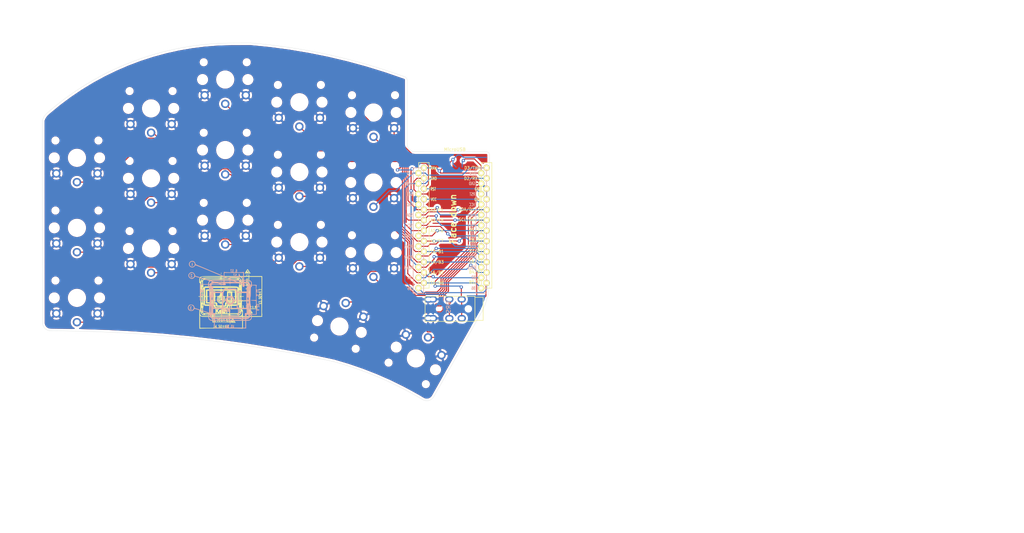
<source format=kicad_pcb>
(kicad_pcb (version 20171130) (host pcbnew "(5.1.10-1-10_14)")
  (layers (0 F.Cu signal) (31 B.Cu signal) (34 B.Paste user) (35 F.Paste user) (36 B.SilkS user) (37 F.SilkS user) (38 B.Mask user) (39 F.Mask user) (44 Edge.Cuts user))
  (net 0 "")
  (net 1 gnd)
  (net 2 vcc)
  (net 3 Switch18)
  (net 4 reset)
  (net 5 Switch1)
  (net 6 Switch2)
  (net 7 Switch3)
  (net 8 Switch4)
  (net 9 Switch5)
  (net 10 Switch6)
  (net 11 Switch7)
  (net 12 Switch8)
  (net 13 Switch9)
  (net 14 Switch10)
  (net 15 Switch11)
  (net 16 Switch12)
  (net 17 Switch13)
  (net 18 Switch14)
  (net 19 Switch15)
  (net 20 Switch16)
  (net 21 Switch17)
  (net 22 raw)
  (net 23 BT+_r)
  (module "" (layer F.Cu) (at 113.1 56.1)
    (fp_text reference "" (at 59.13 75.69) (layer F.SilkS) (effects (font (size 1.27 1.27))))
    (fp_text value "" (at 59.13 75.69) (layer F.SilkS) (effects (font (size 1.27 1.27))))
    (fp_text user GND (at -4.5 -10.088) (layer F.SilkS) (effects (font (size 0.75 0.5) (thickness 0.125))))
  )
  (module silkscreens:pg1232_bottom (layer B.Cu) (at 59.13 75.69 180)
    (fp_text reference REF** hide)
    (fp_text value silk_pg1232_bottom hide)
  )
  (module silkscreens:pg1232_top (layer F.Cu) (at 57.03 74.91)
    (fp_text reference REF** hide)
    (fp_text value silk_pg2132_top hide)
  )
  (module Kailh:TRRS-PJ-DPB2 (layer F.Cu) (at 118.618 77.67 270)
    (fp_text reference J2)
    (fp_text value AudioJack4dpb hide)
    (fp_text user TRRS (at -0.8255 6.4135 90) (layer B.SilkS) (effects (justify mirror)))
    (pad R1 thru_hole oval (at -2.33 6.22 90) (size 1.6 2) (drill oval 0.9 1.3) (layers *.Cu *.Mask) (net 3 Switch18))
    (pad R2 thru_hole oval (at -2.33 3.22 90) (size 1.6 2) (drill oval 0.9 1.3) (layers *.Cu *.Mask) (net 2 vcc))
    (pad T thru_hole oval (at -2.33 10.22 90) (size 1.6 2) (drill oval 0.9 1.3) (layers *.Cu *.Mask) (net 1 gnd))
    (pad S thru_hole oval (at 2.27 11.32 90) (size 1.6 2) (drill oval 0.9 1.3) (layers *.Cu *.Mask) (net 1 gnd))
    (pad S thru_hole oval (at -2.3 11.3 270) (size 1.6 2) (drill oval 0.9 1.3) (layers *.Cu *.Mask) (net 1 gnd))
    (pad T thru_hole oval (at 2.3 10.2 270) (size 1.6 2) (drill oval 0.9 1.3) (layers *.Cu *.Mask) (net 1 gnd))
    (pad R2 thru_hole oval (at 2.3 3.2 270) (size 1.6 2) (drill oval 0.9 1.3) (layers *.Cu *.Mask) (net 2 vcc))
    (pad "" np_thru_hole circle (at 0 8.6 270) (size 0.8 0.8) (drill 0.8) (layers *.Cu *.Mask))
    (pad "" np_thru_hole circle (at 0 1.6 270) (size 0.8 0.8) (drill 0.8) (layers *.Cu *.Mask))
    (pad R1 thru_hole oval (at 2.3 6.2 270) (size 1.6 2) (drill oval 0.9 1.3) (layers *.Cu *.Mask) (net 3 Switch18))
  )
  (module Kailh:SW_PG1350_rev_DPB (layer F.Cu) (at 22 41)
    (fp_text reference SW2 hide)
    (fp_text value SW_Push hide)
    (pad "" np_thru_hole circle (at -5.5 0) (size 1.7018 1.7018) (drill 1.7018) (layers *.Cu *.Mask))
    (pad "" np_thru_hole circle (at 5.5 0) (size 1.7018 1.7018) (drill 1.7018) (layers *.Cu *.Mask))
    (pad "" np_thru_hole circle (at 5.22 -4.2) (size 0.9906 0.9906) (drill 0.9906) (layers *.Cu *.Mask))
    (pad 1 thru_hole circle (at 0 5.9) (size 2.032 2.032) (drill 1.27) (layers *.Cu *.Mask) (net 5 Switch1))
    (pad 2 thru_hole circle (at -5 3.8) (size 2.032 2.032) (drill 1.27) (layers *.Cu *.Mask) (net 1 gnd))
    (pad "" np_thru_hole circle (at 0 0) (size 3.429 3.429) (drill 3.429) (layers *.Cu *.Mask))
    (pad 2 thru_hole circle (at 5 3.8) (size 2.032 2.032) (drill 1.27) (layers *.Cu *.Mask) (net 1 gnd))
    (pad "" np_thru_hole circle (at -5.22 -4.2) (size 0.9906 0.9906) (drill 0.9906) (layers *.Cu *.Mask))
  )
  (module Kailh:SW_PG1350_rev_DPB (layer F.Cu) (at 40 29)
    (fp_text reference SW3 hide)
    (fp_text value SW_Push hide)
    (pad "" np_thru_hole circle (at -5.5 0) (size 1.7018 1.7018) (drill 1.7018) (layers *.Cu *.Mask))
    (pad "" np_thru_hole circle (at 5.5 0) (size 1.7018 1.7018) (drill 1.7018) (layers *.Cu *.Mask))
    (pad "" np_thru_hole circle (at 5.22 -4.2) (size 0.9906 0.9906) (drill 0.9906) (layers *.Cu *.Mask))
    (pad 1 thru_hole circle (at 0 5.9) (size 2.032 2.032) (drill 1.27) (layers *.Cu *.Mask) (net 6 Switch2))
    (pad 2 thru_hole circle (at -5 3.8) (size 2.032 2.032) (drill 1.27) (layers *.Cu *.Mask) (net 1 gnd))
    (pad "" np_thru_hole circle (at 0 0) (size 3.429 3.429) (drill 3.429) (layers *.Cu *.Mask))
    (pad 2 thru_hole circle (at 5 3.8) (size 2.032 2.032) (drill 1.27) (layers *.Cu *.Mask) (net 1 gnd))
    (pad "" np_thru_hole circle (at -5.22 -4.2) (size 0.9906 0.9906) (drill 0.9906) (layers *.Cu *.Mask))
  )
  (module Kailh:SW_PG1350_rev_DPB (layer F.Cu) (at 58 22)
    (fp_text reference SW4 hide)
    (fp_text value SW_Push hide)
    (pad "" np_thru_hole circle (at -5.5 0) (size 1.7018 1.7018) (drill 1.7018) (layers *.Cu *.Mask))
    (pad "" np_thru_hole circle (at 5.5 0) (size 1.7018 1.7018) (drill 1.7018) (layers *.Cu *.Mask))
    (pad "" np_thru_hole circle (at 5.22 -4.2) (size 0.9906 0.9906) (drill 0.9906) (layers *.Cu *.Mask))
    (pad 1 thru_hole circle (at 0 5.9) (size 2.032 2.032) (drill 1.27) (layers *.Cu *.Mask) (net 7 Switch3))
    (pad 2 thru_hole circle (at -5 3.8) (size 2.032 2.032) (drill 1.27) (layers *.Cu *.Mask) (net 1 gnd))
    (pad "" np_thru_hole circle (at 0 0) (size 3.429 3.429) (drill 3.429) (layers *.Cu *.Mask))
    (pad 2 thru_hole circle (at 5 3.8) (size 2.032 2.032) (drill 1.27) (layers *.Cu *.Mask) (net 1 gnd))
    (pad "" np_thru_hole circle (at -5.22 -4.2) (size 0.9906 0.9906) (drill 0.9906) (layers *.Cu *.Mask))
  )
  (module Kailh:SW_PG1350_rev_DPB (layer F.Cu) (at 76 27.5)
    (fp_text reference SW5 hide)
    (fp_text value SW_Push hide)
    (pad "" np_thru_hole circle (at -5.5 0) (size 1.7018 1.7018) (drill 1.7018) (layers *.Cu *.Mask))
    (pad "" np_thru_hole circle (at 5.5 0) (size 1.7018 1.7018) (drill 1.7018) (layers *.Cu *.Mask))
    (pad "" np_thru_hole circle (at 5.22 -4.2) (size 0.9906 0.9906) (drill 0.9906) (layers *.Cu *.Mask))
    (pad 1 thru_hole circle (at 0 5.9) (size 2.032 2.032) (drill 1.27) (layers *.Cu *.Mask) (net 8 Switch4))
    (pad 2 thru_hole circle (at -5 3.8) (size 2.032 2.032) (drill 1.27) (layers *.Cu *.Mask) (net 1 gnd))
    (pad "" np_thru_hole circle (at 0 0) (size 3.429 3.429) (drill 3.429) (layers *.Cu *.Mask))
    (pad 2 thru_hole circle (at 5 3.8) (size 2.032 2.032) (drill 1.27) (layers *.Cu *.Mask) (net 1 gnd))
    (pad "" np_thru_hole circle (at -5.22 -4.2) (size 0.9906 0.9906) (drill 0.9906) (layers *.Cu *.Mask))
  )
  (module Kailh:SW_PG1350_rev_DPB (layer F.Cu) (at 94 30)
    (fp_text reference SW6 hide)
    (fp_text value SW_Push hide)
    (pad "" np_thru_hole circle (at -5.5 0) (size 1.7018 1.7018) (drill 1.7018) (layers *.Cu *.Mask))
    (pad "" np_thru_hole circle (at 5.5 0) (size 1.7018 1.7018) (drill 1.7018) (layers *.Cu *.Mask))
    (pad "" np_thru_hole circle (at 5.22 -4.2) (size 0.9906 0.9906) (drill 0.9906) (layers *.Cu *.Mask))
    (pad 1 thru_hole circle (at 0 5.9) (size 2.032 2.032) (drill 1.27) (layers *.Cu *.Mask) (net 9 Switch5))
    (pad 2 thru_hole circle (at -5 3.8) (size 2.032 2.032) (drill 1.27) (layers *.Cu *.Mask) (net 1 gnd))
    (pad "" np_thru_hole circle (at 0 0) (size 3.429 3.429) (drill 3.429) (layers *.Cu *.Mask))
    (pad 2 thru_hole circle (at 5 3.8) (size 2.032 2.032) (drill 1.27) (layers *.Cu *.Mask) (net 1 gnd))
    (pad "" np_thru_hole circle (at -5.22 -4.2) (size 0.9906 0.9906) (drill 0.9906) (layers *.Cu *.Mask))
  )
  (module Kailh:SW_PG1350_rev_DPB (layer F.Cu) (at 22 58)
    (fp_text reference SW8 hide)
    (fp_text value SW_Push hide)
    (pad "" np_thru_hole circle (at -5.5 0) (size 1.7018 1.7018) (drill 1.7018) (layers *.Cu *.Mask))
    (pad "" np_thru_hole circle (at 5.5 0) (size 1.7018 1.7018) (drill 1.7018) (layers *.Cu *.Mask))
    (pad "" np_thru_hole circle (at 5.22 -4.2) (size 0.9906 0.9906) (drill 0.9906) (layers *.Cu *.Mask))
    (pad 1 thru_hole circle (at 0 5.9) (size 2.032 2.032) (drill 1.27) (layers *.Cu *.Mask) (net 10 Switch6))
    (pad 2 thru_hole circle (at -5 3.8) (size 2.032 2.032) (drill 1.27) (layers *.Cu *.Mask) (net 1 gnd))
    (pad "" np_thru_hole circle (at 0 0) (size 3.429 3.429) (drill 3.429) (layers *.Cu *.Mask))
    (pad 2 thru_hole circle (at 5 3.8) (size 2.032 2.032) (drill 1.27) (layers *.Cu *.Mask) (net 1 gnd))
    (pad "" np_thru_hole circle (at -5.22 -4.2) (size 0.9906 0.9906) (drill 0.9906) (layers *.Cu *.Mask))
  )
  (module Kailh:SW_PG1350_rev_DPB (layer F.Cu) (at 40 45.974)
    (fp_text reference SW9 hide)
    (fp_text value SW_Push hide)
    (pad "" np_thru_hole circle (at -5.5 0) (size 1.7018 1.7018) (drill 1.7018) (layers *.Cu *.Mask))
    (pad "" np_thru_hole circle (at 5.5 0) (size 1.7018 1.7018) (drill 1.7018) (layers *.Cu *.Mask))
    (pad "" np_thru_hole circle (at 5.22 -4.2) (size 0.9906 0.9906) (drill 0.9906) (layers *.Cu *.Mask))
    (pad 1 thru_hole circle (at 0 5.9) (size 2.032 2.032) (drill 1.27) (layers *.Cu *.Mask) (net 11 Switch7))
    (pad 2 thru_hole circle (at -5 3.8) (size 2.032 2.032) (drill 1.27) (layers *.Cu *.Mask) (net 1 gnd))
    (pad "" np_thru_hole circle (at 0 0) (size 3.429 3.429) (drill 3.429) (layers *.Cu *.Mask))
    (pad 2 thru_hole circle (at 5 3.8) (size 2.032 2.032) (drill 1.27) (layers *.Cu *.Mask) (net 1 gnd))
    (pad "" np_thru_hole circle (at -5.22 -4.2) (size 0.9906 0.9906) (drill 0.9906) (layers *.Cu *.Mask))
  )
  (module Kailh:SW_PG1350_rev_DPB (layer F.Cu) (at 76 44.45)
    (fp_text reference SW11 hide)
    (fp_text value SW_Push hide)
    (pad "" np_thru_hole circle (at -5.5 0) (size 1.7018 1.7018) (drill 1.7018) (layers *.Cu *.Mask))
    (pad "" np_thru_hole circle (at 5.5 0) (size 1.7018 1.7018) (drill 1.7018) (layers *.Cu *.Mask))
    (pad "" np_thru_hole circle (at 5.22 -4.2) (size 0.9906 0.9906) (drill 0.9906) (layers *.Cu *.Mask))
    (pad 1 thru_hole circle (at 0 5.9) (size 2.032 2.032) (drill 1.27) (layers *.Cu *.Mask) (net 13 Switch9))
    (pad 2 thru_hole circle (at -5 3.8) (size 2.032 2.032) (drill 1.27) (layers *.Cu *.Mask) (net 1 gnd))
    (pad "" np_thru_hole circle (at 0 0) (size 3.429 3.429) (drill 3.429) (layers *.Cu *.Mask))
    (pad 2 thru_hole circle (at 5 3.8) (size 2.032 2.032) (drill 1.27) (layers *.Cu *.Mask) (net 1 gnd))
    (pad "" np_thru_hole circle (at -5.22 -4.2) (size 0.9906 0.9906) (drill 0.9906) (layers *.Cu *.Mask))
  )
  (module Kailh:SW_PG1350_rev_DPB (layer F.Cu) (at 93.98 46.99)
    (fp_text reference SW12 hide)
    (fp_text value SW_Push hide)
    (pad "" np_thru_hole circle (at -5.5 0) (size 1.7018 1.7018) (drill 1.7018) (layers *.Cu *.Mask))
    (pad "" np_thru_hole circle (at 5.5 0) (size 1.7018 1.7018) (drill 1.7018) (layers *.Cu *.Mask))
    (pad "" np_thru_hole circle (at 5.22 -4.2) (size 0.9906 0.9906) (drill 0.9906) (layers *.Cu *.Mask))
    (pad 1 thru_hole circle (at 0 5.9) (size 2.032 2.032) (drill 1.27) (layers *.Cu *.Mask) (net 14 Switch10))
    (pad 2 thru_hole circle (at -5 3.8) (size 2.032 2.032) (drill 1.27) (layers *.Cu *.Mask) (net 1 gnd))
    (pad "" np_thru_hole circle (at 0 0) (size 3.429 3.429) (drill 3.429) (layers *.Cu *.Mask))
    (pad 2 thru_hole circle (at 5 3.8) (size 2.032 2.032) (drill 1.27) (layers *.Cu *.Mask) (net 1 gnd))
    (pad "" np_thru_hole circle (at -5.22 -4.2) (size 0.9906 0.9906) (drill 0.9906) (layers *.Cu *.Mask))
  )
  (module Kailh:SW_PG1350_rev_DPB (layer F.Cu) (at 22 75)
    (fp_text reference SW14 hide)
    (fp_text value SW_Push hide)
    (pad "" np_thru_hole circle (at -5.5 0) (size 1.7018 1.7018) (drill 1.7018) (layers *.Cu *.Mask))
    (pad "" np_thru_hole circle (at 5.5 0) (size 1.7018 1.7018) (drill 1.7018) (layers *.Cu *.Mask))
    (pad "" np_thru_hole circle (at 5.22 -4.2) (size 0.9906 0.9906) (drill 0.9906) (layers *.Cu *.Mask))
    (pad 1 thru_hole circle (at 0 5.9) (size 2.032 2.032) (drill 1.27) (layers *.Cu *.Mask) (net 15 Switch11))
    (pad 2 thru_hole circle (at -5 3.8) (size 2.032 2.032) (drill 1.27) (layers *.Cu *.Mask) (net 1 gnd))
    (pad "" np_thru_hole circle (at 0 0) (size 3.429 3.429) (drill 3.429) (layers *.Cu *.Mask))
    (pad 2 thru_hole circle (at 5 3.8) (size 2.032 2.032) (drill 1.27) (layers *.Cu *.Mask) (net 1 gnd))
    (pad "" np_thru_hole circle (at -5.22 -4.2) (size 0.9906 0.9906) (drill 0.9906) (layers *.Cu *.Mask))
  )
  (module Kailh:SW_PG1350_rev_DPB (layer F.Cu) (at 40 62.992)
    (fp_text reference SW15 hide)
    (fp_text value SW_Push hide)
    (pad "" np_thru_hole circle (at -5.5 0) (size 1.7018 1.7018) (drill 1.7018) (layers *.Cu *.Mask))
    (pad "" np_thru_hole circle (at 5.5 0) (size 1.7018 1.7018) (drill 1.7018) (layers *.Cu *.Mask))
    (pad "" np_thru_hole circle (at 5.22 -4.2) (size 0.9906 0.9906) (drill 0.9906) (layers *.Cu *.Mask))
    (pad 1 thru_hole circle (at 0 5.9) (size 2.032 2.032) (drill 1.27) (layers *.Cu *.Mask) (net 16 Switch12))
    (pad 2 thru_hole circle (at -5 3.8) (size 2.032 2.032) (drill 1.27) (layers *.Cu *.Mask) (net 1 gnd))
    (pad "" np_thru_hole circle (at 0 0) (size 3.429 3.429) (drill 3.429) (layers *.Cu *.Mask))
    (pad 2 thru_hole circle (at 5 3.8) (size 2.032 2.032) (drill 1.27) (layers *.Cu *.Mask) (net 1 gnd))
    (pad "" np_thru_hole circle (at -5.22 -4.2) (size 0.9906 0.9906) (drill 0.9906) (layers *.Cu *.Mask))
  )
  (module Kailh:SW_PG1350_rev_DPB (layer F.Cu) (at 58 56.134)
    (fp_text reference SW16 hide)
    (fp_text value SW_Push hide)
    (pad "" np_thru_hole circle (at -5.5 0) (size 1.7018 1.7018) (drill 1.7018) (layers *.Cu *.Mask))
    (pad "" np_thru_hole circle (at 5.5 0) (size 1.7018 1.7018) (drill 1.7018) (layers *.Cu *.Mask))
    (pad "" np_thru_hole circle (at 5.22 -4.2) (size 0.9906 0.9906) (drill 0.9906) (layers *.Cu *.Mask))
    (pad 1 thru_hole circle (at 0 5.9) (size 2.032 2.032) (drill 1.27) (layers *.Cu *.Mask) (net 17 Switch13))
    (pad 2 thru_hole circle (at -5 3.8) (size 2.032 2.032) (drill 1.27) (layers *.Cu *.Mask) (net 1 gnd))
    (pad "" np_thru_hole circle (at 0 0) (size 3.429 3.429) (drill 3.429) (layers *.Cu *.Mask))
    (pad 2 thru_hole circle (at 5 3.8) (size 2.032 2.032) (drill 1.27) (layers *.Cu *.Mask) (net 1 gnd))
    (pad "" np_thru_hole circle (at -5.22 -4.2) (size 0.9906 0.9906) (drill 0.9906) (layers *.Cu *.Mask))
  )
  (module Kailh:SW_PG1350_rev_DPB (layer F.Cu) (at 76 61.468)
    (fp_text reference SW17 hide)
    (fp_text value SW_Push hide)
    (pad "" np_thru_hole circle (at -5.5 0) (size 1.7018 1.7018) (drill 1.7018) (layers *.Cu *.Mask))
    (pad "" np_thru_hole circle (at 5.5 0) (size 1.7018 1.7018) (drill 1.7018) (layers *.Cu *.Mask))
    (pad "" np_thru_hole circle (at 5.22 -4.2) (size 0.9906 0.9906) (drill 0.9906) (layers *.Cu *.Mask))
    (pad 1 thru_hole circle (at 0 5.9) (size 2.032 2.032) (drill 1.27) (layers *.Cu *.Mask) (net 18 Switch14))
    (pad 2 thru_hole circle (at -5 3.8) (size 2.032 2.032) (drill 1.27) (layers *.Cu *.Mask) (net 1 gnd))
    (pad "" np_thru_hole circle (at 0 0) (size 3.429 3.429) (drill 3.429) (layers *.Cu *.Mask))
    (pad 2 thru_hole circle (at 5 3.8) (size 2.032 2.032) (drill 1.27) (layers *.Cu *.Mask) (net 1 gnd))
    (pad "" np_thru_hole circle (at -5.22 -4.2) (size 0.9906 0.9906) (drill 0.9906) (layers *.Cu *.Mask))
  )
  (module Kailh:SW_PG1350_rev_DPB (layer F.Cu) (at 104.276 89.7 150)
    (fp_text reference SW20 hide)
    (fp_text value SW_Push hide)
    (pad "" np_thru_hole circle (at -5.5 0 150) (size 1.7018 1.7018) (drill 1.7018) (layers *.Cu *.Mask))
    (pad "" np_thru_hole circle (at 5.5 0 150) (size 1.7018 1.7018) (drill 1.7018) (layers *.Cu *.Mask))
    (pad "" np_thru_hole circle (at 5.22 -4.2 150) (size 0.9906 0.9906) (drill 0.9906) (layers *.Cu *.Mask))
    (pad 1 thru_hole circle (at 0 5.9 150) (size 2.032 2.032) (drill 1.27) (layers *.Cu *.Mask) (net 21 Switch17))
    (pad 2 thru_hole circle (at -5 3.8 150) (size 2.032 2.032) (drill 1.27) (layers *.Cu *.Mask) (net 1 gnd))
    (pad "" np_thru_hole circle (at 0 0 150) (size 3.429 3.429) (drill 3.429) (layers *.Cu *.Mask))
    (pad 2 thru_hole circle (at 5 3.8 150) (size 2.032 2.032) (drill 1.27) (layers *.Cu *.Mask) (net 1 gnd))
    (pad "" np_thru_hole circle (at -5.22 -4.2 150) (size 0.9906 0.9906) (drill 0.9906) (layers *.Cu *.Mask))
  )
  (module Kailh:SW_PG1350_rev_DPB (layer F.Cu) (at 85.716 81.95 165)
    (fp_text reference SW21 hide)
    (fp_text value SW_Push hide)
    (pad "" np_thru_hole circle (at -5.5 0 165) (size 1.7018 1.7018) (drill 1.7018) (layers *.Cu *.Mask))
    (pad "" np_thru_hole circle (at 5.5 0 165) (size 1.7018 1.7018) (drill 1.7018) (layers *.Cu *.Mask))
    (pad "" np_thru_hole circle (at 5.22 -4.2 165) (size 0.9906 0.9906) (drill 0.9906) (layers *.Cu *.Mask))
    (pad 1 thru_hole circle (at 0 5.9 165) (size 2.032 2.032) (drill 1.27) (layers *.Cu *.Mask) (net 20 Switch16))
    (pad 2 thru_hole circle (at -5 3.8 165) (size 2.032 2.032) (drill 1.27) (layers *.Cu *.Mask) (net 1 gnd))
    (pad "" np_thru_hole circle (at 0 0 165) (size 3.429 3.429) (drill 3.429) (layers *.Cu *.Mask))
    (pad 2 thru_hole circle (at 5 3.8 165) (size 2.032 2.032) (drill 1.27) (layers *.Cu *.Mask) (net 1 gnd))
    (pad "" np_thru_hole circle (at -5.22 -4.2 165) (size 0.9906 0.9906) (drill 0.9906) (layers *.Cu *.Mask))
  )
  (module Kailh:SW_PG1350_rev_DPB (layer F.Cu) (at 93.98 64.008)
    (fp_text reference SW18 hide)
    (fp_text value SW_Push hide)
    (pad "" np_thru_hole circle (at -5.5 0) (size 1.7018 1.7018) (drill 1.7018) (layers *.Cu *.Mask))
    (pad "" np_thru_hole circle (at 5.5 0) (size 1.7018 1.7018) (drill 1.7018) (layers *.Cu *.Mask))
    (pad "" np_thru_hole circle (at 5.22 -4.2) (size 0.9906 0.9906) (drill 0.9906) (layers *.Cu *.Mask))
    (pad 1 thru_hole circle (at 0 5.9) (size 2.032 2.032) (drill 1.27) (layers *.Cu *.Mask) (net 19 Switch15))
    (pad 2 thru_hole circle (at -5 3.8) (size 2.032 2.032) (drill 1.27) (layers *.Cu *.Mask) (net 1 gnd))
    (pad "" np_thru_hole circle (at 0 0) (size 3.429 3.429) (drill 3.429) (layers *.Cu *.Mask))
    (pad 2 thru_hole circle (at 5 3.8) (size 2.032 2.032) (drill 1.27) (layers *.Cu *.Mask) (net 1 gnd))
    (pad "" np_thru_hole circle (at -5.22 -4.2) (size 0.9906 0.9906) (drill 0.9906) (layers *.Cu *.Mask))
  )
  (module kbd:ProMicro_v2 (layer F.Cu) (at 113.792 57.912)
    (fp_text reference U1 hide)
    (fp_text value ProMicro-kbd hide)
    (fp_text user MicroUSB (at -0.05 -18.95) (layer F.SilkS) (effects (font (size 0.75 0.75) (thickness 0.12))))
    (fp_text user B4/8 (at 4.705 10.8 unlocked) (layer F.SilkS) (effects (font (size 0.75 0.67) (thickness 0.125))))
    (fp_text user D2/RX1 (at 4.155 -11.9 unlocked) (layer F.SilkS) (effects (font (size 0.75 0.67) (thickness 0.125))))
    (fp_text user B5/9 (at 4.705 13.3 unlocked) (layer F.SilkS) (effects (font (size 0.75 0.67) (thickness 0.125))))
    (fp_text user C6/5 (at 4.705 3.15 unlocked) (layer F.SilkS) (effects (font (size 0.75 0.67) (thickness 0.125))))
    (fp_text user SCL/D0/3 (at 3.455 -1.9 unlocked) (layer F.SilkS) (effects (font (size 0.75 0.67) (thickness 0.125))))
    (fp_text user SDA/D1/2 (at 3.455 -4.4 unlocked) (layer F.SilkS) (effects (font (size 0.75 0.67) (thickness 0.125))))
    (fp_text user D4/4 (at 4.705 0.6 unlocked) (layer F.SilkS) (effects (font (size 0.75 0.67) (thickness 0.125))))
    (fp_text user D3/TX0 (at 4.155 -14.45 unlocked) (layer F.SilkS) (effects (font (size 0.75 0.67) (thickness 0.125))))
    (fp_text user D7/6 (at 4.705 5.7 unlocked) (layer F.SilkS) (effects (font (size 0.75 0.67) (thickness 0.125))))
    (fp_text user E6/7 (at 4.705 8.25 unlocked) (layer F.SilkS) (effects (font (size 0.75 0.67) (thickness 0.125))))
    (fp_text user 16/B2 (at -4.395 10.95 unlocked) (layer F.SilkS) (effects (font (size 0.75 0.67) (thickness 0.125))))
    (fp_text user 10/B6 (at -4.395 13.45 unlocked) (layer F.SilkS) (effects (font (size 0.75 0.67) (thickness 0.125))))
    (fp_text user 14/B3 (at -4.395 8.4 unlocked) (layer F.SilkS) (effects (font (size 0.75 0.67) (thickness 0.125))))
    (fp_text user 15/B1 (at -4.395 5.85 unlocked) (layer F.SilkS) (effects (font (size 0.75 0.67) (thickness 0.125))))
    (fp_text user A0/F7 (at -4.395 3.3 unlocked) (layer F.SilkS) (effects (font (size 0.75 0.67) (thickness 0.125))))
    (fp_text user A1/F6 (at -4.395 0.75 unlocked) (layer F.SilkS) (effects (font (size 0.75 0.67) (thickness 0.125))))
    (fp_text user A2/F5 (at -4.395 -1.75 unlocked) (layer F.SilkS) (effects (font (size 0.75 0.67) (thickness 0.125))))
    (fp_text user A3/F4 (at -4.395 -4.25 unlocked) (layer F.SilkS) (effects (font (size 0.75 0.67) (thickness 0.125))))
    (fp_text user "" (at -0.5 -17.25) (layer F.SilkS))
    (fp_text user "" (at -1.2065 -16.256) (layer B.SilkS) (effects (justify mirror)))
    (fp_text user RAW (at -5.192 -14.412) (layer F.SilkS) (effects (font (size 0.75 0.5) (thickness 0.125))))
    (fp_text user RST (at -5.292 -9.312) (layer F.SilkS) (effects (font (size 0.75 0.5) (thickness 0.125))))
    (fp_text user GND (at 5.5245 -9.3345) (layer F.SilkS) (effects (font (size 0.75 0.5) (thickness 0.125))))
    (fp_text user VCC (at -5.192 -6.812) (layer F.SilkS) (effects (font (size 0.75 0.5) (thickness 0.125))))
    (fp_text user GND (at 5.461 -6.7945) (layer F.SilkS) (effects (font (size 0.75 0.5) (thickness 0.125))))
    (fp_text user ROW1 (at -11.3 4.6355) (layer B.SilkS) (effects (font (size 0.75 0.5) (thickness 0.125)) (justify mirror)))
    (fp_text user COL4 (at 3.95 7.112) (layer B.SilkS) (effects (font (size 0.75 0.5) (thickness 0.125)) (justify mirror)))
    (fp_text user ROW2 (at -11.3 7.239) (layer B.SilkS) (effects (font (size 0.75 0.5) (thickness 0.125)) (justify mirror)))
    (fp_text user COL5 (at 4 9.75) (layer B.SilkS) (effects (font (size 0.75 0.5) (thickness 0.125)) (justify mirror)))
    (fp_text user ROW3 (at -11.3 9.75) (layer B.SilkS) (effects (font (size 0.75 0.5) (thickness 0.125)) (justify mirror)))
    (fp_text user B2 (at 4.5085 12.1285) (layer B.SilkS) (effects (font (size 0.75 0.5) (thickness 0.125)) (justify mirror)))
    (fp_text user B4 (at -11.049 12.2555) (layer B.SilkS) (effects (font (size 0.75 0.5) (thickness 0.125)) (justify mirror)))
    (fp_text user B5 (at -11.049 14.7955) (layer B.SilkS) (effects (font (size 0.75 0.5) (thickness 0.125)) (justify mirror)))
    (fp_text user B6 (at 4.445 14.732) (layer B.SilkS) (effects (font (size 0.75 0.5) (thickness 0.125)) (justify mirror)))
    (fp_text user COL0 (at 4 -2.95) (layer B.SilkS) (effects (font (size 0.75 0.5) (thickness 0.125)) (justify mirror)))
    (fp_text user SDA (at -11.049 -2.9845) (layer B.SilkS) (effects (font (size 0.75 0.5) (thickness 0.125)) (justify mirror)))
    (fp_text user COL1 (at 4 -0.4445) (layer B.SilkS) (effects (font (size 0.75 0.5) (thickness 0.125)) (justify mirror)))
    (fp_text user SCL (at -11.049 -0.4445) (layer B.SilkS) (effects (font (size 0.75 0.5) (thickness 0.125)) (justify mirror)))
    (fp_text user COL2 (at 4 2.1) (layer B.SilkS) (effects (font (size 0.75 0.5) (thickness 0.125)) (justify mirror)))
    (fp_text user ROW0 (at -11.3 2.032) (layer B.SilkS) (effects (font (size 0.75 0.5) (thickness 0.125)) (justify mirror)))
    (fp_text user COL3 (at 4 4.6) (layer B.SilkS) (effects (font (size 0.75 0.5) (thickness 0.125)) (justify mirror)))
    (fp_text user GND (at -11.049 -5.5245) (layer B.SilkS) (effects (font (size 0.75 0.5) (thickness 0.125)) (justify mirror)))
    (fp_text user VCC (at 4.1275 -5.5245) (layer B.SilkS) (effects (font (size 0.75 0.5) (thickness 0.125)) (justify mirror)))
    (fp_text user GND (at -11.049 -8.0645) (layer B.SilkS) (effects (font (size 0.75 0.5) (thickness 0.125)) (justify mirror)))
    (fp_text user RST (at 4.191 -8.0645) (layer B.SilkS) (effects (font (size 0.75 0.5) (thickness 0.125)) (justify mirror)))
    (fp_text user DATA (at -11.2 -10.5) (layer B.SilkS) (effects (font (size 0.75 0.5) (thickness 0.125)) (justify mirror)))
    (fp_text user GND (at 4.1275 -10.668) (layer B.SilkS) (effects (font (size 0.75 0.5) (thickness 0.125)) (justify mirror)))
    (fp_text user LED (at -11.049 -13.1445) (layer B.SilkS) (effects (font (size 0.75 0.5) (thickness 0.125)) (justify mirror)))
    (fp_text user RAW (at 4.191 -13.1445) (layer B.SilkS) (effects (font (size 0.75 0.5) (thickness 0.125)) (justify mirror)))
    (pad 24 thru_hole circle (at 6.35 -13.208) (size 1.524 1.524) (drill 0.8128) (layers *.Cu *.Mask F.SilkS) (net 22 raw))
    (pad 23 thru_hole circle (at 6.35 -10.668) (size 1.524 1.524) (drill 0.8128) (layers *.Cu *.Mask F.SilkS) (net 1 gnd))
    (pad 22 thru_hole circle (at 6.35 -8.128) (size 1.524 1.524) (drill 0.8128) (layers *.Cu *.Mask F.SilkS) (net 4 reset))
    (pad 21 thru_hole circle (at 6.35 -5.588) (size 1.524 1.524) (drill 0.8128) (layers *.Cu *.Mask F.SilkS) (net 2 vcc))
    (pad 20 thru_hole circle (at 6.35 -3.048) (size 1.524 1.524) (drill 0.8128) (layers *.Cu *.Mask F.SilkS) (net 9 Switch5))
    (pad 19 thru_hole circle (at 6.35 -0.508) (size 1.524 1.524) (drill 0.8128) (layers *.Cu *.Mask F.SilkS) (net 8 Switch4))
    (pad 18 thru_hole circle (at 6.35 2.032) (size 1.524 1.524) (drill 0.8128) (layers *.Cu *.Mask F.SilkS) (net 7 Switch3))
    (pad 17 thru_hole circle (at 6.35 4.572) (size 1.524 1.524) (drill 0.8128) (layers *.Cu *.Mask F.SilkS) (net 6 Switch2))
    (pad 16 thru_hole circle (at 6.35 7.112) (size 1.524 1.524) (drill 0.8128) (layers *.Cu *.Mask F.SilkS) (net 10 Switch6))
    (pad 15 thru_hole circle (at 6.35 9.652) (size 1.524 1.524) (drill 0.8128) (layers *.Cu *.Mask F.SilkS) (net 11 Switch7))
    (pad 14 thru_hole circle (at 6.35 12.192) (size 1.524 1.524) (drill 0.8128) (layers *.Cu *.Mask F.SilkS) (net 12 Switch8))
    (pad 13 thru_hole circle (at 6.35 14.732) (size 1.524 1.524) (drill 0.8128) (layers *.Cu *.Mask F.SilkS) (net 13 Switch9))
    (pad 12 thru_hole circle (at -8.89 14.732) (size 1.524 1.524) (drill 0.8128) (layers *.Cu *.Mask F.SilkS) (net 21 Switch17))
    (pad 11 thru_hole circle (at -8.89 12.192) (size 1.524 1.524) (drill 0.8128) (layers *.Cu *.Mask F.SilkS) (net 20 Switch16))
    (pad 10 thru_hole circle (at -8.89 9.652) (size 1.524 1.524) (drill 0.8128) (layers *.Cu *.Mask F.SilkS) (net 5 Switch1))
    (pad 9 thru_hole circle (at -8.89 7.112) (size 1.524 1.524) (drill 0.8128) (layers *.Cu *.Mask F.SilkS) (net 19 Switch15))
    (pad 8 thru_hole circle (at -8.89 4.572) (size 1.524 1.524) (drill 0.8128) (layers *.Cu *.Mask F.SilkS) (net 18 Switch14))
    (pad 7 thru_hole circle (at -8.89 2.032) (size 1.524 1.524) (drill 0.8128) (layers *.Cu *.Mask F.SilkS) (net 17 Switch13))
    (pad 6 thru_hole circle (at -8.89 -0.508) (size 1.524 1.524) (drill 0.8128) (layers *.Cu *.Mask F.SilkS) (net 16 Switch12))
    (pad 5 thru_hole circle (at -8.89 -3.048) (size 1.524 1.524) (drill 0.8128) (layers *.Cu *.Mask F.SilkS) (net 15 Switch11))
    (pad 4 thru_hole circle (at -8.89 -5.588) (size 1.524 1.524) (drill 0.8128) (layers *.Cu *.Mask F.SilkS) (net 1 gnd))
    (pad 3 thru_hole circle (at -8.89 -8.128) (size 1.524 1.524) (drill 0.8128) (layers *.Cu *.Mask F.SilkS) (net 1 gnd))
    (pad 2 thru_hole circle (at -8.89 -10.668) (size 1.524 1.524) (drill 0.8128) (layers *.Cu *.Mask F.SilkS) (net 3 Switch18))
    (pad 1 thru_hole circle (at -8.89 -13.208) (size 1.524 1.524) (drill 0.8128) (layers *.Cu *.Mask F.SilkS) (net 14 Switch10))
    (pad 1 thru_hole circle (at 7.6564 -14.478) (size 1.524 1.524) (drill 0.8128) (layers *.Cu *.Mask F.SilkS) (net 14 Switch10))
    (pad 2 thru_hole circle (at 7.6564 -11.938) (size 1.524 1.524) (drill 0.8128) (layers *.Cu *.Mask F.SilkS) (net 3 Switch18))
    (pad 3 thru_hole circle (at 7.6564 -9.398) (size 1.524 1.524) (drill 0.8128) (layers *.Cu *.Mask F.SilkS) (net 1 gnd))
    (pad 4 thru_hole circle (at 7.6564 -6.858) (size 1.524 1.524) (drill 0.8128) (layers *.Cu *.Mask F.SilkS) (net 1 gnd))
    (pad 5 thru_hole circle (at 7.6564 -4.318) (size 1.524 1.524) (drill 0.8128) (layers *.Cu *.Mask F.SilkS) (net 15 Switch11))
    (pad 6 thru_hole circle (at 7.6564 -1.778) (size 1.524 1.524) (drill 0.8128) (layers *.Cu *.Mask F.SilkS) (net 16 Switch12))
    (pad 7 thru_hole circle (at 7.6564 0.762) (size 1.524 1.524) (drill 0.8128) (layers *.Cu *.Mask F.SilkS) (net 17 Switch13))
    (pad 8 thru_hole circle (at 7.6564 3.302) (size 1.524 1.524) (drill 0.8128) (layers *.Cu *.Mask F.SilkS) (net 18 Switch14))
    (pad 9 thru_hole circle (at 7.6564 5.842) (size 1.524 1.524) (drill 0.8128) (layers *.Cu *.Mask F.SilkS) (net 19 Switch15))
    (pad 10 thru_hole circle (at 7.6564 8.382) (size 1.524 1.524) (drill 0.8128) (layers *.Cu *.Mask F.SilkS) (net 5 Switch1))
    (pad 11 thru_hole circle (at 7.6564 10.922) (size 1.524 1.524) (drill 0.8128) (layers *.Cu *.Mask F.SilkS) (net 20 Switch16))
    (pad 12 thru_hole circle (at 7.6564 13.462) (size 1.524 1.524) (drill 0.8128) (layers *.Cu *.Mask F.SilkS) (net 21 Switch17))
    (pad 13 thru_hole circle (at -7.5636 13.462) (size 1.524 1.524) (drill 0.8128) (layers *.Cu *.Mask F.SilkS) (net 13 Switch9))
    (pad 14 thru_hole circle (at -7.5636 10.922) (size 1.524 1.524) (drill 0.8128) (layers *.Cu *.Mask F.SilkS) (net 12 Switch8))
    (pad 15 thru_hole circle (at -7.5636 8.382) (size 1.524 1.524) (drill 0.8128) (layers *.Cu *.Mask F.SilkS) (net 11 Switch7))
    (pad 16 thru_hole circle (at -7.5636 5.842) (size 1.524 1.524) (drill 0.8128) (layers *.Cu *.Mask F.SilkS) (net 10 Switch6))
    (pad 17 thru_hole circle (at -7.5636 3.302) (size 1.524 1.524) (drill 0.8128) (layers *.Cu *.Mask F.SilkS) (net 6 Switch2))
    (pad 18 thru_hole circle (at -7.5636 0.762) (size 1.524 1.524) (drill 0.8128) (layers *.Cu *.Mask F.SilkS) (net 7 Switch3))
    (pad 19 thru_hole circle (at -7.5636 -1.778) (size 1.524 1.524) (drill 0.8128) (layers *.Cu *.Mask F.SilkS) (net 8 Switch4))
    (pad 20 thru_hole circle (at -7.5636 -4.318) (size 1.524 1.524) (drill 0.8128) (layers *.Cu *.Mask F.SilkS) (net 9 Switch5))
    (pad 21 thru_hole circle (at -7.5636 -6.858) (size 1.524 1.524) (drill 0.8128) (layers *.Cu *.Mask F.SilkS) (net 2 vcc))
    (pad 22 thru_hole circle (at -7.5636 -9.398) (size 1.524 1.524) (drill 0.8128) (layers *.Cu *.Mask F.SilkS) (net 4 reset))
    (pad 23 thru_hole circle (at -7.5636 -11.938) (size 1.524 1.524) (drill 0.8128) (layers *.Cu *.Mask F.SilkS) (net 1 gnd))
    (pad 24 thru_hole circle (at -7.5636 -14.478) (size 1.524 1.524) (drill 0.8128) (layers *.Cu *.Mask F.SilkS) (net 22 raw))
  )
  (module Kailh:SW_PG1350_rev_DPB (layer F.Cu) (at 58 39.116)
    (fp_text reference SW10 hide)
    (fp_text value SW_Push hide)
    (pad "" np_thru_hole circle (at -5.5 0) (size 1.7018 1.7018) (drill 1.7018) (layers *.Cu *.Mask))
    (pad "" np_thru_hole circle (at 5.5 0) (size 1.7018 1.7018) (drill 1.7018) (layers *.Cu *.Mask))
    (pad "" np_thru_hole circle (at 5.22 -4.2) (size 0.9906 0.9906) (drill 0.9906) (layers *.Cu *.Mask))
    (pad 1 thru_hole circle (at 0 5.9) (size 2.032 2.032) (drill 1.27) (layers *.Cu *.Mask) (net 12 Switch8))
    (pad 2 thru_hole circle (at -5 3.8) (size 2.032 2.032) (drill 1.27) (layers *.Cu *.Mask) (net 1 gnd))
    (pad "" np_thru_hole circle (at 0 0) (size 3.429 3.429) (drill 3.429) (layers *.Cu *.Mask))
    (pad 2 thru_hole circle (at 5 3.8) (size 2.032 2.032) (drill 1.27) (layers *.Cu *.Mask) (net 1 gnd))
    (pad "" np_thru_hole circle (at -5.22 -4.2) (size 0.9906 0.9906) (drill 0.9906) (layers *.Cu *.Mask))
  )
  (gr_text "Face down" (at 113.3 55.8 90) (layer F.SilkS) (effects (font (size 1.5 1.5) (thickness 0.3))))
  (gr_line (start 122.174 64.77) (end 122.142696 70.90785) (layer Edge.Cuts) (width 0.05))
  (gr_line (start 122.162 57.404) (end 122.174 64.77) (layer Edge.Cuts) (width 0.05))
  (gr_line (start 64.211777 13.120679) (end 60.010389 13.126139) (layer Edge.Cuts) (width 0.05))
  (gr_arc (start 105.368844 70.777901) (end 120.396 78.232) (angle -25.93946986) (layer Edge.Cuts) (width 0.05))
  (gr_line (start 120.396 78.232) (end 108.59 99.069265) (layer Edge.Cuts) (width 0.05))
  (gr_arc (start 60.010389 81.856139) (end 60.010389 13.126139) (angle -40.87028694) (layer Edge.Cuts) (width 0.05))
  (gr_line (start 104.177002 39.534917) (end 121.412 39.532) (layer Edge.Cuts) (width 0.05))
  (gr_line (start 102.142001 37.603999) (end 102.142045 22.057419) (layer Edge.Cuts) (width 0.05))
  (gr_line (start 122.162 40.282) (end 122.162 57.404) (layer Edge.Cuts) (width 0.05))
  (gr_arc (start 15.628253 81.018608) (end 13.650254 81.165024) (angle -87.49275882) (layer Edge.Cuts) (width 0.05))
  (gr_arc (start 15.109962 406.957453) (end 84.329134 90.481946) (angle -12.23515303) (layer Edge.Cuts) (width 0.05))
  (gr_arc (start 106.928 98.018) (end 105.858 99.668) (angle -90.64821197) (layer Edge.Cuts) (width 0.05))
  (gr_arc (start 52.264442 156.650303) (end 101.70729 21.376889) (angle -15.31921041) (layer Edge.Cuts) (width 0.05))
  (gr_arc (start 104.142 37.534) (end 102.142001 37.603999) (angle -88.99765458) (layer Edge.Cuts) (width 0.05))
  (gr_arc (start 17.482 33.128) (end 15.037 29.883) (angle -35.36225308) (layer Edge.Cuts) (width 0.05))
  (gr_arc (start 61.542 173.708) (end 105.858 99.668) (angle -15.59005573) (layer Edge.Cuts) (width 0.05))
  (gr_arc (start 101.392045 22.057419) (end 102.142045 22.057419) (angle -65.14479855) (layer Edge.Cuts) (width 0.05))
  (gr_line (start 13.610055 31.896702) (end 13.650254 81.165024) (layer Edge.Cuts) (width 0.05))
  (gr_arc (start 121.412 40.282) (end 122.162 40.282) (angle -90) (layer Edge.Cuts) (width 0.05))
  (segment (start 107.348 75.14) (end 107.318 75.17) (width 0.25) (layer F.Cu) (net 1))
  (segment (start 95.303159 33.8) (end 89 33.8) (width 0.25) (layer B.Cu) (net 1))
  (segment (start 103.921159 42.418) (end 95.303159 33.8) (width 0.25) (layer B.Cu) (net 1))
  (segment (start 108.398 79.95) (end 108.418 79.97) (width 0.25) (layer B.Cu) (net 1))
  (segment (start 108.388 79.94) (end 108.418 79.97) (width 0.25) (layer B.Cu) (net 1))
  (segment (start 104.648 42.418) (end 106.172 40.894) (width 0.25) (layer B.Cu) (net 1))
  (segment (start 103.921159 42.418) (end 104.648 42.418) (width 0.25) (layer B.Cu) (net 1))
  (segment (start 103.814999 48.696999) (end 104.902 49.784) (width 0.25) (layer F.Cu) (net 1))
  (segment (start 103.814999 46.722239) (end 103.814999 48.696999) (width 0.25) (layer F.Cu) (net 1))
  (segment (start 104.563238 45.974) (end 103.814999 46.722239) (width 0.25) (layer F.Cu) (net 1))
  (segment (start 106.2284 45.974) (end 104.563238 45.974) (width 0.25) (layer F.Cu) (net 1))
  (segment (start 99 35.72522) (end 104.42278 41.148) (width 0.25) (layer F.Cu) (net 1))
  (segment (start 99 33.8) (end 99 35.72522) (width 0.25) (layer F.Cu) (net 1))
  (segment (start 105.918 41.148) (end 106.172 40.894) (width 0.25) (layer F.Cu) (net 1))
  (segment (start 104.42278 41.148) (end 105.918 41.148) (width 0.25) (layer F.Cu) (net 1))
  (segment (start 106.172 40.894) (end 108.966 43.688) (width 0.25) (layer F.Cu) (net 1))
  (segment (start 111.956998 47.244) (end 120.142 47.244) (width 0.25) (layer F.Cu) (net 1))
  (segment (start 108.966 44.253002) (end 111.956998 47.244) (width 0.25) (layer F.Cu) (net 1))
  (segment (start 108.966 43.688) (end 108.966 44.253002) (width 0.25) (layer F.Cu) (net 1))
  (segment (start 120.1784 47.244) (end 121.4484 48.514) (width 0.25) (layer F.Cu) (net 1))
  (segment (start 120.142 47.244) (end 120.1784 47.244) (width 0.25) (layer F.Cu) (net 1))
  (segment (start 109.416998 49.784) (end 104.902 49.784) (width 0.25) (layer F.Cu) (net 1))
  (segment (start 111.956998 47.244) (end 109.416998 49.784) (width 0.25) (layer F.Cu) (net 1))
  (segment (start 121.4484 48.514) (end 121.4484 51.054) (width 0.25) (layer B.Cu) (net 1))
  (segment (start 115.398 79.95) (end 115.418 79.97) (width 0.25) (layer B.Cu) (net 2))
  (segment (start 118.872 51.054) (end 120.142 52.324) (width 0.25) (layer B.Cu) (net 2))
  (segment (start 106.2284 51.054) (end 118.872 51.054) (width 0.25) (layer B.Cu) (net 2))
  (segment (start 117.03601 62.92158) (end 108.966 70.99159) (width 0.25) (layer F.Cu) (net 2))
  (segment (start 117.03601 55.42999) (end 117.03601 62.92158) (width 0.25) (layer F.Cu) (net 2))
  (segment (start 120.142 52.324) (end 117.03601 55.42999) (width 0.25) (layer F.Cu) (net 2))
  (segment (start 108.966 70.99159) (end 108.966 71.882) (width 0.25) (layer F.Cu) (net 2))
  (segment (start 108.966 71.882) (end 108.966 72.136) (width 0.25) (layer F.Cu) (net 2))
  (segment (start 108.966 72.136) (end 108.966 72.136) (width 0.25) (layer F.Cu) (net 2))
  (via (at 108.966 72.136) (size 0.8) (drill 0.4) (layers F.Cu B.Cu) (net 2))
  (segment (start 108.966 72.136) (end 115.062 72.136) (width 0.25) (layer B.Cu) (net 2))
  (segment (start 115.062 72.136) (end 115.316 72.39) (width 0.25) (layer B.Cu) (net 2))
  (segment (start 115.316 72.39) (end 115.316 72.39) (width 0.25) (layer B.Cu) (net 2))
  (via (at 115.316 72.39) (size 0.8) (drill 0.4) (layers F.Cu B.Cu) (net 2))
  (segment (start 115.316 75.258) (end 115.398 75.34) (width 0.25) (layer F.Cu) (net 2))
  (segment (start 115.316 72.39) (end 115.316 75.258) (width 0.25) (layer F.Cu) (net 2))
  (segment (start 115.398 79.95) (end 115.418 79.97) (width 0.25) (layer F.Cu) (net 2))
  (segment (start 115.398 75.34) (end 115.398 79.95) (width 0.25) (layer F.Cu) (net 2))
  (segment (start 112.650915 76.199495) (end 112.650915 75.34) (width 0.25) (layer F.Cu) (net 3))
  (segment (start 112.418 76.43241) (end 112.650915 76.199495) (width 0.25) (layer F.Cu) (net 3))
  (segment (start 112.418 79.97) (end 112.418 76.43241) (width 0.25) (layer F.Cu) (net 3))
  (segment (start 106.567162 47.244) (end 104.902 47.244) (width 0.25) (layer B.Cu) (net 3))
  (segment (start 107.837162 45.974) (end 106.567162 47.244) (width 0.25) (layer B.Cu) (net 3))
  (segment (start 121.4484 45.974) (end 107.837162 45.974) (width 0.25) (layer B.Cu) (net 3))
  (segment (start 104.830249 74.181011) (end 101.6 70.950762) (width 0.25) (layer B.Cu) (net 3))
  (segment (start 111.239011 74.181011) (end 104.830249 74.181011) (width 0.25) (layer B.Cu) (net 3))
  (segment (start 112.398 75.34) (end 111.239011 74.181011) (width 0.25) (layer B.Cu) (net 3))
  (segment (start 101.6 70.950762) (end 101.6 68.072) (width 0.25) (layer B.Cu) (net 3))
  (segment (start 101.6 68.072) (end 101.6 67.818) (width 0.25) (layer B.Cu) (net 3))
  (segment (start 102.87 47.244) (end 101.6 48.514) (width 0.25) (layer B.Cu) (net 3))
  (segment (start 104.902 47.244) (end 102.87 47.244) (width 0.25) (layer B.Cu) (net 3))
  (segment (start 101.6 68.072) (end 101.6 48.514) (width 0.25) (layer B.Cu) (net 3))
  (segment (start 120.1334 49.784) (end 120.591007 49.784) (width 0.25) (layer F.Cu) (net 4))
  (segment (start 118.872 48.514) (end 106.2284 48.514) (width 0.25) (layer B.Cu) (net 4))
  (segment (start 120.142 49.784) (end 118.872 48.514) (width 0.25) (layer B.Cu) (net 4))
  (segment (start 72.243001 18.343001) (end 70.918 17.018) (width 0.25) (layer F.Cu) (net 4))
  (segment (start 101.638772 39.534362) (end 100.5159 39.534362) (width 0.25) (layer F.Cu) (net 4))
  (segment (start 104.451409 42.346999) (end 101.638772 39.534362) (width 0.25) (layer F.Cu) (net 4))
  (segment (start 100.5159 39.534362) (end 79.324539 18.343001) (width 0.25) (layer F.Cu) (net 4))
  (segment (start 106.750161 42.346999) (end 104.451409 42.346999) (width 0.25) (layer F.Cu) (net 4))
  (segment (start 107.315401 42.912239) (end 106.750161 42.346999) (width 0.25) (layer F.Cu) (net 4))
  (segment (start 79.324539 18.343001) (end 72.243001 18.343001) (width 0.25) (layer F.Cu) (net 4))
  (segment (start 107.315401 47.426999) (end 107.315401 42.912239) (width 0.25) (layer F.Cu) (net 4))
  (segment (start 106.2284 48.514) (end 107.315401 47.426999) (width 0.25) (layer F.Cu) (net 4))
  (via (at 103.378 43.688) (size 0.8) (drill 0.4) (layers F.Cu B.Cu) (net 5))
  (segment (start 87.63 42.418) (end 88.138 41.91) (width 0.25) (layer F.Cu) (net 5))
  (segment (start 22 46.9) (end 28.439954 46.9) (width 0.25) (layer F.Cu) (net 5))
  (segment (start 70.7472 37.98402) (end 78.67479 37.98402) (width 0.25) (layer F.Cu) (net 5))
  (segment (start 85.09 42.418) (end 87.63 42.418) (width 0.25) (layer F.Cu) (net 5))
  (segment (start 28.439954 46.9) (end 39.098953 36.241001) (width 0.25) (layer F.Cu) (net 5))
  (segment (start 45.292999 36.241001) (end 46.18399 35.35001) (width 0.25) (layer F.Cu) (net 5))
  (segment (start 46.18399 35.35001) (end 49.201719 35.350009) (width 0.25) (layer F.Cu) (net 5))
  (segment (start 49.201719 35.350009) (end 51.785728 32.766) (width 0.25) (layer F.Cu) (net 5))
  (segment (start 39.098953 36.241001) (end 45.292999 36.241001) (width 0.25) (layer F.Cu) (net 5))
  (segment (start 78.67479 37.98402) (end 80.00278 39.31201) (width 0.25) (layer F.Cu) (net 5))
  (segment (start 51.785728 32.766) (end 65.52918 32.766) (width 0.25) (layer F.Cu) (net 5))
  (segment (start 65.52918 32.766) (end 70.7472 37.98402) (width 0.25) (layer F.Cu) (net 5))
  (segment (start 81.98401 39.31201) (end 85.09 42.418) (width 0.25) (layer F.Cu) (net 5))
  (segment (start 80.00278 39.31201) (end 81.98401 39.31201) (width 0.25) (layer F.Cu) (net 5))
  (segment (start 100.56196 42.64996) (end 100.56196 43.45604) (width 0.25) (layer F.Cu) (net 5))
  (segment (start 99.822 41.91) (end 100.56196 42.64996) (width 0.25) (layer F.Cu) (net 5))
  (segment (start 88.138 41.91) (end 99.822 41.91) (width 0.25) (layer F.Cu) (net 5))
  (segment (start 119.50841 66.294) (end 118.23841 65.024) (width 0.25) (layer B.Cu) (net 5))
  (segment (start 121.4484 66.294) (end 119.50841 66.294) (width 0.25) (layer B.Cu) (net 5))
  (segment (start 118.23841 65.024) (end 108.712 65.024) (width 0.25) (layer B.Cu) (net 5))
  (segment (start 108.712 65.024) (end 108.712 65.024) (width 0.25) (layer B.Cu) (net 5))
  (via (at 108.712 65.024) (size 0.8) (drill 0.4) (layers F.Cu B.Cu) (net 5))
  (segment (start 106.737685 67.564) (end 104.902 67.564) (width 0.25) (layer F.Cu) (net 5))
  (segment (start 108.712 65.589685) (end 106.737685 67.564) (width 0.25) (layer F.Cu) (net 5))
  (segment (start 108.712 65.024) (end 108.712 65.589685) (width 0.25) (layer F.Cu) (net 5))
  (segment (start 103.124 65.786) (end 103.378 66.04) (width 0.25) (layer B.Cu) (net 5))
  (segment (start 103.378 66.04) (end 104.902 67.564) (width 0.25) (layer B.Cu) (net 5))
  (segment (start 103.124 49.022) (end 103.124 65.786) (width 0.25) (layer B.Cu) (net 5))
  (via (at 103.124 49.022) (size 0.8) (drill 0.4) (layers F.Cu B.Cu) (net 5))
  (segment (start 103.124 49.022) (end 103.124 43.942) (width 0.25) (layer F.Cu) (net 5))
  (segment (start 103.124 43.942) (end 103.378 43.688) (width 0.25) (layer F.Cu) (net 5))
  (via (at 99.822 43.942) (size 0.8) (drill 0.4) (layers F.Cu B.Cu) (net 5))
  (segment (start 100.30796 43.45604) (end 100.56196 43.45604) (width 0.25) (layer F.Cu) (net 5))
  (segment (start 99.822 43.942) (end 100.30796 43.45604) (width 0.25) (layer F.Cu) (net 5))
  (segment (start 103.124 43.942) (end 103.378 43.688) (width 0.25) (layer B.Cu) (net 5))
  (segment (start 99.822 43.942) (end 103.124 43.942) (width 0.25) (layer B.Cu) (net 5))
  (segment (start 104.563238 61.214) (end 106.2284 61.214) (width 0.25) (layer F.Cu) (net 6))
  (segment (start 88.077189 41.334401) (end 100.387991 41.334401) (width 0.25) (layer F.Cu) (net 6))
  (segment (start 87.50159 41.91) (end 88.077189 41.334401) (width 0.25) (layer F.Cu) (net 6))
  (segment (start 85.21841 41.91) (end 87.50159 41.91) (width 0.25) (layer F.Cu) (net 6))
  (segment (start 82.170411 38.862001) (end 85.21841 41.91) (width 0.25) (layer F.Cu) (net 6))
  (segment (start 40 34.9) (end 40.488 34.9) (width 0.25) (layer F.Cu) (net 6))
  (segment (start 101.01197 57.662732) (end 104.563238 61.214) (width 0.25) (layer F.Cu) (net 6))
  (segment (start 40.488 34.9) (end 41.378991 35.790991) (width 0.25) (layer F.Cu) (net 6))
  (segment (start 41.378991 35.790991) (end 45.106599 35.790991) (width 0.25) (layer F.Cu) (net 6))
  (segment (start 49.015317 34.900001) (end 51.657318 32.258) (width 0.25) (layer F.Cu) (net 6))
  (segment (start 51.657318 32.258) (end 65.65759 32.258) (width 0.25) (layer F.Cu) (net 6))
  (segment (start 101.01197 41.95838) (end 101.01197 57.662732) (width 0.25) (layer F.Cu) (net 6))
  (segment (start 80.09959 38.77241) (end 80.60759 38.77241) (width 0.25) (layer F.Cu) (net 6))
  (segment (start 45.997591 34.900001) (end 49.015317 34.900001) (width 0.25) (layer F.Cu) (net 6))
  (segment (start 80.69718 38.862) (end 82.170411 38.862001) (width 0.25) (layer F.Cu) (net 6))
  (segment (start 45.106599 35.790991) (end 45.997591 34.900001) (width 0.25) (layer F.Cu) (net 6))
  (segment (start 65.65759 32.258) (end 70.9336 37.53401) (width 0.25) (layer F.Cu) (net 6))
  (segment (start 70.9336 37.53401) (end 78.86119 37.53401) (width 0.25) (layer F.Cu) (net 6))
  (segment (start 78.86119 37.53401) (end 80.09959 38.77241) (width 0.25) (layer F.Cu) (net 6))
  (segment (start 100.387991 41.334401) (end 101.01197 41.95838) (width 0.25) (layer F.Cu) (net 6))
  (segment (start 80.60759 38.77241) (end 80.69718 38.862) (width 0.25) (layer F.Cu) (net 6))
  (segment (start 112.522 61.214) (end 113.792 62.484) (width 0.25) (layer B.Cu) (net 6))
  (segment (start 120.142 62.484) (end 117.602 62.484) (width 0.25) (layer B.Cu) (net 6))
  (segment (start 117.602 62.484) (end 118.11 62.484) (width 0.25) (layer B.Cu) (net 6))
  (segment (start 113.792 62.484) (end 117.602 62.484) (width 0.25) (layer B.Cu) (net 6))
  (segment (start 108.712 61.214) (end 112.522 61.214) (width 0.25) (layer B.Cu) (net 6))
  (via (at 108.712 61.214) (size 0.8) (drill 0.4) (layers F.Cu B.Cu) (net 6))
  (segment (start 108.712 61.214) (end 106.2284 61.214) (width 0.25) (layer F.Cu) (net 6))
  (segment (start 58 27.9) (end 61.90799 31.80799) (width 0.25) (layer F.Cu) (net 7))
  (segment (start 61.90799 31.80799) (end 65.84399 31.80799) (width 0.25) (layer F.Cu) (net 7))
  (segment (start 82.35399 38.40917) (end 85.40481 41.45999) (width 0.25) (layer F.Cu) (net 7))
  (segment (start 100.574392 40.884392) (end 101.46198 41.77198) (width 0.25) (layer F.Cu) (net 7))
  (segment (start 65.84399 31.80799) (end 71.12 37.084) (width 0.25) (layer F.Cu) (net 7))
  (segment (start 82.35399 38.29601) (end 82.35399 38.40917) (width 0.25) (layer F.Cu) (net 7))
  (segment (start 71.12 37.084) (end 79.04759 37.084) (width 0.25) (layer F.Cu) (net 7))
  (segment (start 87.31519 41.45999) (end 87.890788 40.884392) (width 0.25) (layer F.Cu) (net 7))
  (segment (start 79.04759 37.084) (end 80.2596 38.29601) (width 0.25) (layer F.Cu) (net 7))
  (segment (start 80.2596 38.29601) (end 82.35399 38.29601) (width 0.25) (layer F.Cu) (net 7))
  (segment (start 87.890788 40.884392) (end 100.574392 40.884392) (width 0.25) (layer F.Cu) (net 7))
  (segment (start 85.40481 41.45999) (end 87.31519 41.45999) (width 0.25) (layer F.Cu) (net 7))
  (segment (start 103.2706 58.674) (end 106.2284 58.674) (width 0.25) (layer F.Cu) (net 7))
  (segment (start 101.46198 56.86538) (end 103.2706 58.674) (width 0.25) (layer F.Cu) (net 7))
  (segment (start 101.46198 56.27202) (end 101.46198 56.86538) (width 0.25) (layer F.Cu) (net 7))
  (segment (start 101.46198 41.77198) (end 101.46198 56.27202) (width 0.25) (layer F.Cu) (net 7))
  (segment (start 101.46198 56.27202) (end 101.46198 56.49258) (width 0.25) (layer F.Cu) (net 7))
  (segment (start 119.858572 59.944) (end 120.1334 59.944) (width 0.25) (layer F.Cu) (net 7))
  (segment (start 120.142 59.944) (end 112.522 59.944) (width 0.25) (layer B.Cu) (net 7))
  (segment (start 112.522 59.944) (end 112.014 59.436) (width 0.25) (layer B.Cu) (net 7))
  (segment (start 112.014 59.436) (end 112.014 59.436) (width 0.25) (layer B.Cu) (net 7))
  (via (at 112.014 59.436) (size 0.8) (drill 0.4) (layers F.Cu B.Cu) (net 7))
  (segment (start 112.014 59.436) (end 110.236 57.658) (width 0.25) (layer F.Cu) (net 7))
  (segment (start 107.2444 57.658) (end 106.2284 58.674) (width 0.25) (layer F.Cu) (net 7))
  (segment (start 110.236 57.658) (end 107.2444 57.658) (width 0.25) (layer F.Cu) (net 7))
  (segment (start 87.704388 40.434382) (end 100.886382 40.434382) (width 0.25) (layer F.Cu) (net 8))
  (segment (start 85.59121 41.00998) (end 87.12879 41.00998) (width 0.25) (layer F.Cu) (net 8))
  (segment (start 100.886382 40.434382) (end 101.91199 41.45999) (width 0.25) (layer F.Cu) (net 8))
  (segment (start 82.804 38.22277) (end 85.59121 41.00998) (width 0.25) (layer F.Cu) (net 8))
  (segment (start 82.804 38.10961) (end 82.804 38.22277) (width 0.25) (layer F.Cu) (net 8))
  (segment (start 87.12879 41.00998) (end 87.704388 40.434382) (width 0.25) (layer F.Cu) (net 8))
  (segment (start 82.540391 37.846001) (end 82.804 38.10961) (width 0.25) (layer F.Cu) (net 8))
  (segment (start 80.446 37.846) (end 82.540391 37.846001) (width 0.25) (layer F.Cu) (net 8))
  (segment (start 76 33.4) (end 80.446 37.846) (width 0.25) (layer F.Cu) (net 8))
  (segment (start 102.45697 56.134) (end 101.91199 55.58902) (width 0.25) (layer F.Cu) (net 8))
  (segment (start 106.2284 56.134) (end 102.45697 56.134) (width 0.25) (layer F.Cu) (net 8))
  (segment (start 101.91199 56.67898) (end 101.91199 53.79001) (width 0.25) (layer F.Cu) (net 8))
  (segment (start 101.91199 55.58902) (end 101.91199 56.67898) (width 0.25) (layer F.Cu) (net 8))
  (segment (start 101.91199 53.79001) (end 101.91199 54.40259) (width 0.25) (layer F.Cu) (net 8))
  (segment (start 101.91199 41.45999) (end 101.91199 53.79001) (width 0.25) (layer F.Cu) (net 8))
  (segment (start 120.142 57.404) (end 111.76 57.404) (width 0.25) (layer B.Cu) (net 8))
  (via (at 109.22 55.118) (size 0.8) (drill 0.4) (layers F.Cu B.Cu) (net 8))
  (segment (start 109.22 56.134) (end 110.49 57.404) (width 0.25) (layer B.Cu) (net 8))
  (segment (start 109.22 55.118) (end 109.22 56.134) (width 0.25) (layer B.Cu) (net 8))
  (segment (start 111.76 57.404) (end 110.49 57.404) (width 0.25) (layer B.Cu) (net 8))
  (segment (start 107.2444 55.118) (end 106.2284 56.134) (width 0.25) (layer F.Cu) (net 8))
  (segment (start 109.22 55.118) (end 107.2444 55.118) (width 0.25) (layer F.Cu) (net 8))
  (segment (start 98.084372 39.984372) (end 101.452372 39.984372) (width 0.25) (layer F.Cu) (net 9))
  (segment (start 101.452372 39.984372) (end 102.362 40.894) (width 0.25) (layer F.Cu) (net 9))
  (segment (start 94 35.9) (end 98.084372 39.984372) (width 0.25) (layer F.Cu) (net 9))
  (segment (start 102.362 51.392762) (end 102.362 51.308) (width 0.25) (layer F.Cu) (net 9))
  (segment (start 104.563238 53.594) (end 102.362 51.392762) (width 0.25) (layer F.Cu) (net 9))
  (segment (start 106.2284 53.594) (end 104.563238 53.594) (width 0.25) (layer F.Cu) (net 9))
  (segment (start 102.362 40.894) (end 102.362 51.308) (width 0.25) (layer F.Cu) (net 9))
  (segment (start 120.142 54.864) (end 110.236 54.864) (width 0.25) (layer B.Cu) (net 9))
  (via (at 109.474 53.086) (size 0.8) (drill 0.4) (layers F.Cu B.Cu) (net 9))
  (segment (start 109.474 54.102) (end 110.236 54.864) (width 0.25) (layer B.Cu) (net 9))
  (segment (start 109.474 53.086) (end 109.474 54.102) (width 0.25) (layer B.Cu) (net 9))
  (segment (start 108.966 53.594) (end 109.474 53.086) (width 0.25) (layer F.Cu) (net 9))
  (segment (start 106.2284 53.594) (end 108.966 53.594) (width 0.25) (layer F.Cu) (net 9))
  (segment (start 118.872 63.754) (end 120.142 65.024) (width 0.25) (layer B.Cu) (net 10))
  (segment (start 106.2284 63.754) (end 118.872 63.754) (width 0.25) (layer B.Cu) (net 10))
  (segment (start 104.19724 63.754) (end 106.2284 63.754) (width 0.25) (layer F.Cu) (net 10))
  (segment (start 103.66062 60.947792) (end 103.66062 63.21738) (width 0.25) (layer F.Cu) (net 10))
  (segment (start 100.56196 57.12796) (end 100.56196 57.93404) (width 0.25) (layer F.Cu) (net 10))
  (segment (start 100.191981 56.757981) (end 100.56196 57.12796) (width 0.25) (layer F.Cu) (net 10))
  (segment (start 78.460569 48.742569) (end 86.475981 56.757981) (width 0.25) (layer F.Cu) (net 10))
  (segment (start 77.955389 48.742569) (end 78.460569 48.742569) (width 0.25) (layer F.Cu) (net 10))
  (segment (start 77.3218 48.10898) (end 77.955389 48.742569) (width 0.25) (layer F.Cu) (net 10))
  (segment (start 74.92952 48.10898) (end 77.3218 48.10898) (width 0.25) (layer F.Cu) (net 10))
  (segment (start 72.434508 50.60399) (end 74.92952 48.10898) (width 0.25) (layer F.Cu) (net 10))
  (segment (start 57.081919 43.224989) (end 58.742082 43.22499) (width 0.25) (layer F.Cu) (net 10))
  (segment (start 100.56196 57.93404) (end 100.646868 57.93404) (width 0.25) (layer F.Cu) (net 10))
  (segment (start 42.27999 51.42399) (end 48.882918 51.42399) (width 0.25) (layer F.Cu) (net 10))
  (segment (start 48.882918 51.42399) (end 57.081919 43.224989) (width 0.25) (layer F.Cu) (net 10))
  (segment (start 22 63.9) (end 29.318 63.9) (width 0.25) (layer F.Cu) (net 10))
  (segment (start 30.593659 59.295659) (end 39.483659 50.405659) (width 0.25) (layer F.Cu) (net 10))
  (segment (start 86.475981 56.757981) (end 100.191981 56.757981) (width 0.25) (layer F.Cu) (net 10))
  (segment (start 62.241546 46.724454) (end 62.241546 48.017546) (width 0.25) (layer F.Cu) (net 10))
  (segment (start 29.318 63.9) (end 30.593659 62.624341) (width 0.25) (layer F.Cu) (net 10))
  (segment (start 39.483659 50.405659) (end 41.261659 50.405659) (width 0.25) (layer F.Cu) (net 10))
  (segment (start 100.646868 57.93404) (end 103.66062 60.947792) (width 0.25) (layer F.Cu) (net 10))
  (segment (start 41.261659 50.405659) (end 42.27999 51.42399) (width 0.25) (layer F.Cu) (net 10))
  (segment (start 58.742082 43.22499) (end 62.241546 46.724454) (width 0.25) (layer F.Cu) (net 10))
  (segment (start 62.241546 48.017546) (end 64.82799 50.60399) (width 0.25) (layer F.Cu) (net 10))
  (segment (start 103.66062 63.21738) (end 104.19724 63.754) (width 0.25) (layer F.Cu) (net 10))
  (segment (start 30.593659 62.624341) (end 30.593659 59.295659) (width 0.25) (layer F.Cu) (net 10))
  (segment (start 64.82799 50.60399) (end 72.434508 50.60399) (width 0.25) (layer F.Cu) (net 10))
  (segment (start 120.1334 67.564) (end 118.6137 66.0443) (width 0.25) (layer B.Cu) (net 11))
  (segment (start 119.819495 67.877905) (end 120.1334 67.564) (width 0.25) (layer F.Cu) (net 11))
  (segment (start 118.872 66.294) (end 120.142 67.564) (width 0.25) (layer B.Cu) (net 11))
  (segment (start 106.2284 66.294) (end 118.872 66.294) (width 0.25) (layer B.Cu) (net 11))
  (segment (start 49.069318 51.874) (end 40 51.874) (width 0.25) (layer F.Cu) (net 11))
  (segment (start 58.555681 43.674999) (end 57.268319 43.674999) (width 0.25) (layer F.Cu) (net 11))
  (segment (start 57.268319 43.674999) (end 49.069318 51.874) (width 0.25) (layer F.Cu) (net 11))
  (segment (start 61.722 46.841318) (end 58.555681 43.674999) (width 0.25) (layer F.Cu) (net 11))
  (segment (start 61.722 48.18959) (end 61.722 46.841318) (width 0.25) (layer F.Cu) (net 11))
  (segment (start 72.620908 51.054) (end 64.58641 51.054) (width 0.25) (layer F.Cu) (net 11))
  (segment (start 64.58641 51.054) (end 61.722 48.18959) (width 0.25) (layer F.Cu) (net 11))
  (segment (start 106.2284 66.294) (end 104.563238 66.294) (width 0.25) (layer F.Cu) (net 11))
  (segment (start 103.21061 64.941372) (end 103.21061 61.134192) (width 0.25) (layer F.Cu) (net 11))
  (segment (start 100.41151 58.42) (end 100.005581 58.014071) (width 0.25) (layer F.Cu) (net 11))
  (segment (start 100.005581 58.014071) (end 100.005581 57.207991) (width 0.25) (layer F.Cu) (net 11))
  (segment (start 100.005581 57.207991) (end 86.16681 57.20799) (width 0.25) (layer F.Cu) (net 11))
  (segment (start 86.16681 57.20799) (end 78.151399 49.192579) (width 0.25) (layer F.Cu) (net 11))
  (segment (start 77.768989 49.192579) (end 77.135399 48.558989) (width 0.25) (layer F.Cu) (net 11))
  (segment (start 100.496418 58.42) (end 100.41151 58.42) (width 0.25) (layer F.Cu) (net 11))
  (segment (start 77.135399 48.558989) (end 75.115919 48.558989) (width 0.25) (layer F.Cu) (net 11))
  (segment (start 104.563238 66.294) (end 103.21061 64.941372) (width 0.25) (layer F.Cu) (net 11))
  (segment (start 103.21061 61.134192) (end 100.496418 58.42) (width 0.25) (layer F.Cu) (net 11))
  (segment (start 78.151399 49.192579) (end 77.768989 49.192579) (width 0.25) (layer F.Cu) (net 11))
  (segment (start 75.115919 48.558989) (end 72.620908 51.054) (width 0.25) (layer F.Cu) (net 11))
  (segment (start 120.142 70.104) (end 108.712 70.104) (width 0.25) (layer B.Cu) (net 12))
  (segment (start 108.712 70.104) (end 108.458 69.85) (width 0.25) (layer B.Cu) (net 12))
  (segment (start 108.458 69.85) (end 108.458 69.85) (width 0.25) (layer B.Cu) (net 12))
  (via (at 108.458 69.85) (size 0.8) (drill 0.4) (layers F.Cu B.Cu) (net 12))
  (segment (start 107.2444 69.85) (end 106.2284 68.834) (width 0.25) (layer F.Cu) (net 12))
  (segment (start 108.458 69.85) (end 107.2444 69.85) (width 0.25) (layer F.Cu) (net 12))
  (segment (start 104.563238 68.834) (end 106.2284 68.834) (width 0.25) (layer F.Cu) (net 12))
  (segment (start 102.7606 67.031362) (end 104.563238 68.834) (width 0.25) (layer F.Cu) (net 12))
  (segment (start 57.912 45.016) (end 59.260272 45.016) (width 0.25) (layer F.Cu) (net 12))
  (segment (start 59.260272 45.016) (end 61.27199 47.027718) (width 0.25) (layer F.Cu) (net 12))
  (segment (start 99.43677 57.658) (end 99.555572 57.776802) (width 0.25) (layer F.Cu) (net 12))
  (segment (start 61.27199 48.37599) (end 64.587001 51.691001) (width 0.25) (layer F.Cu) (net 12))
  (segment (start 100.622008 59.182) (end 102.7606 61.320592) (width 0.25) (layer F.Cu) (net 12))
  (segment (start 64.587001 51.691001) (end 72.620317 51.691001) (width 0.25) (layer F.Cu) (net 12))
  (segment (start 61.27199 47.027718) (end 61.27199 48.37599) (width 0.25) (layer F.Cu) (net 12))
  (segment (start 77.964999 49.642589) (end 85.98041 57.658) (width 0.25) (layer F.Cu) (net 12))
  (segment (start 102.7606 61.320592) (end 102.7606 67.031362) (width 0.25) (layer F.Cu) (net 12))
  (segment (start 99.555572 57.776802) (end 99.555572 58.200472) (width 0.25) (layer F.Cu) (net 12))
  (segment (start 100.5371 59.182) (end 100.622008 59.182) (width 0.25) (layer F.Cu) (net 12))
  (segment (start 85.98041 57.658) (end 99.43677 57.658) (width 0.25) (layer F.Cu) (net 12))
  (segment (start 72.620317 51.691001) (end 75.302319 49.008999) (width 0.25) (layer F.Cu) (net 12))
  (segment (start 99.555572 58.200472) (end 100.5371 59.182) (width 0.25) (layer F.Cu) (net 12))
  (segment (start 77.964999 49.642589) (end 77.582589 49.642589) (width 0.25) (layer F.Cu) (net 12))
  (segment (start 77.582589 49.642589) (end 76.948999 49.008999) (width 0.25) (layer F.Cu) (net 12))
  (segment (start 75.302319 49.008999) (end 76.948999 49.008999) (width 0.25) (layer F.Cu) (net 12))
  (segment (start 102.31059 61.506992) (end 102.31059 69.121352) (width 0.25) (layer F.Cu) (net 13))
  (segment (start 97.73201 58.10801) (end 97.79 58.166) (width 0.25) (layer F.Cu) (net 13))
  (segment (start 99.06 58.166) (end 99.06 58.34131) (width 0.25) (layer F.Cu) (net 13))
  (segment (start 102.31059 69.121352) (end 104.563238 71.374) (width 0.25) (layer F.Cu) (net 13))
  (segment (start 97.79 58.166) (end 99.06 58.166) (width 0.25) (layer F.Cu) (net 13))
  (segment (start 104.563238 71.374) (end 106.2284 71.374) (width 0.25) (layer F.Cu) (net 13))
  (segment (start 99.06 58.34131) (end 101.42469 60.706) (width 0.25) (layer F.Cu) (net 13))
  (segment (start 75.946 50.35) (end 77.38284 50.35) (width 0.25) (layer F.Cu) (net 13))
  (segment (start 101.42469 60.706) (end 101.509598 60.706) (width 0.25) (layer F.Cu) (net 13))
  (segment (start 101.509598 60.706) (end 102.31059 61.506992) (width 0.25) (layer F.Cu) (net 13))
  (segment (start 118.872 71.374) (end 120.142 72.644) (width 0.25) (layer B.Cu) (net 13))
  (segment (start 106.2284 71.374) (end 118.872 71.374) (width 0.25) (layer B.Cu) (net 13))
  (segment (start 76 50.35) (end 78.036 50.35) (width 0.25) (layer F.Cu) (net 13))
  (segment (start 85.79401 58.10801) (end 87.94199 58.10801) (width 0.25) (layer F.Cu) (net 13))
  (segment (start 78.036 50.35) (end 85.79401 58.10801) (width 0.25) (layer F.Cu) (net 13))
  (segment (start 87.94199 58.10801) (end 97.73201 58.10801) (width 0.25) (layer F.Cu) (net 13))
  (segment (start 87.4436 58.10801) (end 87.94199 58.10801) (width 0.25) (layer F.Cu) (net 13))
  (segment (start 121.4484 43.434) (end 117.348 43.434) (width 0.25) (layer B.Cu) (net 14))
  (segment (start 106.567162 44.704) (end 104.902 44.704) (width 0.25) (layer B.Cu) (net 14))
  (segment (start 107.075162 45.212) (end 106.567162 44.704) (width 0.25) (layer B.Cu) (net 14))
  (segment (start 115.57 45.212) (end 107.075162 45.212) (width 0.25) (layer B.Cu) (net 14))
  (segment (start 117.348 43.434) (end 115.57 45.212) (width 0.25) (layer B.Cu) (net 14))
  (segment (start 103.629256 44.704) (end 99.311256 49.022) (width 0.25) (layer B.Cu) (net 14))
  (segment (start 104.902 44.704) (end 103.629256 44.704) (width 0.25) (layer B.Cu) (net 14))
  (segment (start 97.848 49.022) (end 95.279 51.591) (width 0.25) (layer B.Cu) (net 14))
  (segment (start 99.311256 49.022) (end 97.848 49.022) (width 0.25) (layer B.Cu) (net 14))
  (segment (start 95.279 51.591) (end 95.633001 51.236999) (width 0.25) (layer B.Cu) (net 14))
  (segment (start 93.98 52.89) (end 95.279 51.591) (width 0.25) (layer B.Cu) (net 14))
  (segment (start 119.803238 53.594) (end 121.4484 53.594) (width 0.25) (layer F.Cu) (net 15))
  (segment (start 106.567162 54.864) (end 107.329162 54.102) (width 0.25) (layer F.Cu) (net 15))
  (segment (start 104.902 54.864) (end 106.567162 54.864) (width 0.25) (layer F.Cu) (net 15))
  (segment (start 119.295238 54.102) (end 119.464619 53.932619) (width 0.25) (layer F.Cu) (net 15))
  (segment (start 119.464619 53.932619) (end 119.803238 53.594) (width 0.25) (layer F.Cu) (net 15))
  (segment (start 107.329162 54.102) (end 114.046 54.102) (width 0.25) (layer F.Cu) (net 15))
  (segment (start 114.046 54.102) (end 114.554 53.594) (width 0.25) (layer F.Cu) (net 15))
  (segment (start 114.3 53.594) (end 114.554 53.594) (width 0.25) (layer F.Cu) (net 15))
  (segment (start 114.554 53.594) (end 114.554 53.594) (width 0.25) (layer F.Cu) (net 15))
  (via (at 114.554 53.594) (size 0.8) (drill 0.4) (layers F.Cu B.Cu) (net 15))
  (segment (start 114.554 53.594) (end 121.4484 53.594) (width 0.25) (layer B.Cu) (net 15))
  (segment (start 111.066887 69.641283) (end 117.70497 63.0032) (width 0.25) (layer F.Cu) (net 15))
  (segment (start 106.669596 73.59099) (end 109.4146 73.59099) (width 0.25) (layer F.Cu) (net 15))
  (segment (start 104.394 73.914) (end 106.346586 73.914) (width 0.25) (layer F.Cu) (net 15))
  (segment (start 97.42002 70.75002) (end 99.06 72.39) (width 0.25) (layer F.Cu) (net 15))
  (segment (start 97.42002 69.068788) (end 97.42002 70.75002) (width 0.25) (layer F.Cu) (net 15))
  (segment (start 117.70497 55.692268) (end 119.464619 53.932619) (width 0.25) (layer F.Cu) (net 15))
  (segment (start 92.777118 67.216972) (end 95.568204 67.216972) (width 0.25) (layer F.Cu) (net 15))
  (segment (start 89.46212 70.53197) (end 92.777118 67.216972) (width 0.25) (layer F.Cu) (net 15))
  (segment (start 83.1092 70.53197) (end 89.46212 70.53197) (width 0.25) (layer F.Cu) (net 15))
  (segment (start 78.762028 65.529192) (end 78.762028 66.184798) (width 0.25) (layer F.Cu) (net 15))
  (segment (start 110.400865 72.604725) (end 110.400865 70.193135) (width 0.25) (layer F.Cu) (net 15))
  (segment (start 99.06 72.39) (end 102.87 72.39) (width 0.25) (layer F.Cu) (net 15))
  (segment (start 78.508027 65.001973) (end 78.508027 65.275191) (width 0.25) (layer F.Cu) (net 15))
  (segment (start 109.4146 73.59099) (end 110.400865 72.604725) (width 0.25) (layer F.Cu) (net 15))
  (segment (start 75.054526 65.001972) (end 78.508027 65.001973) (width 0.25) (layer F.Cu) (net 15))
  (segment (start 72.492498 67.564) (end 75.054526 65.001972) (width 0.25) (layer F.Cu) (net 15))
  (segment (start 41.77199 68.44199) (end 47.63601 68.44199) (width 0.25) (layer F.Cu) (net 15))
  (segment (start 110.952717 69.641283) (end 111.066887 69.641283) (width 0.25) (layer F.Cu) (net 15))
  (segment (start 31.45474 70.39926) (end 32.10242 69.75158) (width 0.25) (layer F.Cu) (net 15))
  (segment (start 102.87 72.39) (end 104.394 73.914) (width 0.25) (layer F.Cu) (net 15))
  (segment (start 41.415001 68.058999) (end 41.415001 68.085001) (width 0.25) (layer F.Cu) (net 15))
  (segment (start 49.033546 62.472454) (end 54.852454 62.472454) (width 0.25) (layer F.Cu) (net 15))
  (segment (start 48.001195 68.076805) (end 48.001195 63.504805) (width 0.25) (layer F.Cu) (net 15))
  (segment (start 66.29118 61.71918) (end 67.378659 62.806659) (width 0.25) (layer F.Cu) (net 15))
  (segment (start 36.785841 67.550999) (end 40.907001 67.550999) (width 0.25) (layer F.Cu) (net 15))
  (segment (start 95.568204 67.216972) (end 97.42002 69.068788) (width 0.25) (layer F.Cu) (net 15))
  (segment (start 58.972989 60.242989) (end 59.863978 61.133978) (width 0.25) (layer F.Cu) (net 15))
  (segment (start 61.722 61.571572) (end 61.722 61.71918) (width 0.25) (layer F.Cu) (net 15))
  (segment (start 30.32442 79.91158) (end 30.32442 71.47242) (width 0.25) (layer F.Cu) (net 15))
  (segment (start 61.722 61.71918) (end 66.29118 61.71918) (width 0.25) (layer F.Cu) (net 15))
  (segment (start 40.907001 67.550999) (end 41.415001 68.058999) (width 0.25) (layer F.Cu) (net 15))
  (segment (start 34.58526 69.75158) (end 36.785841 67.550999) (width 0.25) (layer F.Cu) (net 15))
  (segment (start 31.39758 70.39926) (end 31.45474 70.39926) (width 0.25) (layer F.Cu) (net 15))
  (segment (start 22 80.9) (end 29.336 80.9) (width 0.25) (layer F.Cu) (net 15))
  (segment (start 117.70497 63.0032) (end 117.70497 55.692268) (width 0.25) (layer F.Cu) (net 15))
  (segment (start 47.63601 68.44199) (end 48.001195 68.076805) (width 0.25) (layer F.Cu) (net 15))
  (segment (start 78.762028 66.184798) (end 83.1092 70.53197) (width 0.25) (layer F.Cu) (net 15))
  (segment (start 29.336 80.9) (end 30.32442 79.91158) (width 0.25) (layer F.Cu) (net 15))
  (segment (start 48.001195 63.504805) (end 49.033546 62.472454) (width 0.25) (layer F.Cu) (net 15))
  (segment (start 54.852454 62.472454) (end 57.081919 60.242989) (width 0.25) (layer F.Cu) (net 15))
  (segment (start 41.415001 68.085001) (end 41.77199 68.44199) (width 0.25) (layer F.Cu) (net 15))
  (segment (start 61.294022 61.133978) (end 61.294022 61.143594) (width 0.25) (layer F.Cu) (net 15))
  (segment (start 78.508027 65.275191) (end 78.762028 65.529192) (width 0.25) (layer F.Cu) (net 15))
  (segment (start 57.081919 60.242989) (end 58.972989 60.242989) (width 0.25) (layer F.Cu) (net 15))
  (segment (start 59.863978 61.133978) (end 61.294022 61.133978) (width 0.25) (layer F.Cu) (net 15))
  (segment (start 71.257318 67.564) (end 72.492498 67.564) (width 0.25) (layer F.Cu) (net 15))
  (segment (start 110.400865 70.193135) (end 110.952717 69.641283) (width 0.25) (layer F.Cu) (net 15))
  (segment (start 61.294022 61.143594) (end 61.722 61.571572) (width 0.25) (layer F.Cu) (net 15))
  (segment (start 106.346586 73.914) (end 106.669596 73.59099) (width 0.25) (layer F.Cu) (net 15))
  (segment (start 32.10242 69.75158) (end 34.58526 69.75158) (width 0.25) (layer F.Cu) (net 15))
  (segment (start 67.378659 62.806659) (end 67.378659 63.685341) (width 0.25) (layer F.Cu) (net 15))
  (segment (start 30.32442 71.47242) (end 31.39758 70.39926) (width 0.25) (layer F.Cu) (net 15))
  (segment (start 67.378659 63.685341) (end 71.257318 67.564) (width 0.25) (layer F.Cu) (net 15))
  (segment (start 106.86199 57.404) (end 108.13199 56.134) (width 0.25) (layer F.Cu) (net 16))
  (segment (start 104.902 57.404) (end 106.86199 57.404) (width 0.25) (layer F.Cu) (net 16))
  (via (at 113.792 56.134) (size 0.8) (drill 0.4) (layers F.Cu B.Cu) (net 16))
  (segment (start 116.586 56.134) (end 121.4484 56.134) (width 0.25) (layer B.Cu) (net 16))
  (segment (start 95.381803 67.666981) (end 92.96352 67.66698) (width 0.25) (layer F.Cu) (net 16))
  (segment (start 96.97001 70.98878) (end 96.97001 69.255188) (width 0.25) (layer F.Cu) (net 16))
  (segment (start 92.96352 67.66698) (end 89.64852 70.98198) (width 0.25) (layer F.Cu) (net 16))
  (segment (start 98.842615 72.861385) (end 96.97001 70.98878) (width 0.25) (layer F.Cu) (net 16))
  (segment (start 121.4484 56.134) (end 119.803238 56.134) (width 0.25) (layer F.Cu) (net 16))
  (segment (start 96.97001 69.255188) (end 95.381803 67.666981) (width 0.25) (layer F.Cu) (net 16))
  (segment (start 119.803238 56.134) (end 118.15498 57.782258) (width 0.25) (layer F.Cu) (net 16))
  (segment (start 111.234067 70.091293) (end 110.850875 70.474485) (width 0.25) (layer F.Cu) (net 16))
  (segment (start 106.487703 74.409293) (end 104.252883 74.409293) (width 0.25) (layer F.Cu) (net 16))
  (segment (start 118.15498 57.782258) (end 118.15498 63.1896) (width 0.25) (layer F.Cu) (net 16))
  (segment (start 118.15498 63.1896) (end 111.253287 70.091293) (width 0.25) (layer F.Cu) (net 16))
  (segment (start 111.253287 70.091293) (end 111.234067 70.091293) (width 0.25) (layer F.Cu) (net 16))
  (segment (start 106.855996 74.041) (end 106.487703 74.409293) (width 0.25) (layer F.Cu) (net 16))
  (segment (start 102.704975 72.861385) (end 98.842615 72.861385) (width 0.25) (layer F.Cu) (net 16))
  (segment (start 110.850875 70.474485) (end 110.850875 72.791125) (width 0.25) (layer F.Cu) (net 16))
  (segment (start 110.850875 72.791125) (end 109.601 74.041) (width 0.25) (layer F.Cu) (net 16))
  (segment (start 104.252883 74.409293) (end 102.704975 72.861385) (width 0.25) (layer F.Cu) (net 16))
  (segment (start 109.601 74.041) (end 106.855996 74.041) (width 0.25) (layer F.Cu) (net 16))
  (segment (start 86.75202 70.98198) (end 86.22198 70.98198) (width 0.25) (layer F.Cu) (net 16))
  (segment (start 89.64852 70.98198) (end 86.75202 70.98198) (width 0.25) (layer F.Cu) (net 16))
  (segment (start 82.9228 70.98198) (end 86.75202 70.98198) (width 0.25) (layer F.Cu) (net 16))
  (segment (start 78.058018 65.461592) (end 78.312018 65.715592) (width 0.25) (layer F.Cu) (net 16))
  (segment (start 78.058018 65.451982) (end 78.058018 65.461592) (width 0.25) (layer F.Cu) (net 16))
  (segment (start 66.483795 62.548205) (end 66.928649 62.993059) (width 0.25) (layer F.Cu) (net 16))
  (segment (start 72.678898 68.01401) (end 75.240926 65.451982) (width 0.25) (layer F.Cu) (net 16))
  (segment (start 71.070918 68.01401) (end 72.678898 68.01401) (width 0.25) (layer F.Cu) (net 16))
  (segment (start 66.232615 62.548205) (end 66.483795 62.548205) (width 0.25) (layer F.Cu) (net 16))
  (segment (start 65.9724 62.28799) (end 66.232615 62.548205) (width 0.25) (layer F.Cu) (net 16))
  (segment (start 40 68.892) (end 47.948 68.892) (width 0.25) (layer F.Cu) (net 16))
  (segment (start 48.451205 68.388795) (end 48.451205 63.691205) (width 0.25) (layer F.Cu) (net 16))
  (segment (start 47.948 68.892) (end 48.451205 68.388795) (width 0.25) (layer F.Cu) (net 16))
  (segment (start 66.928649 63.871741) (end 71.070918 68.01401) (width 0.25) (layer F.Cu) (net 16))
  (segment (start 48.451205 63.691205) (end 49.219946 62.922464) (width 0.25) (layer F.Cu) (net 16))
  (segment (start 49.219946 62.922464) (end 55.038854 62.922464) (width 0.25) (layer F.Cu) (net 16))
  (segment (start 78.312018 66.371198) (end 82.9228 70.98198) (width 0.25) (layer F.Cu) (net 16))
  (segment (start 78.312018 65.715592) (end 78.312018 66.371198) (width 0.25) (layer F.Cu) (net 16))
  (segment (start 55.038854 62.922464) (end 57.268319 60.692999) (width 0.25) (layer F.Cu) (net 16))
  (segment (start 58.687001 60.692999) (end 58.687001 60.719001) (width 0.25) (layer F.Cu) (net 16))
  (segment (start 75.240926 65.451982) (end 78.058018 65.451982) (width 0.25) (layer F.Cu) (net 16))
  (segment (start 59.55199 61.58399) (end 61.098009 61.583991) (width 0.25) (layer F.Cu) (net 16))
  (segment (start 58.687001 60.719001) (end 59.55199 61.58399) (width 0.25) (layer F.Cu) (net 16))
  (segment (start 66.928649 62.993059) (end 66.928649 63.871741) (width 0.25) (layer F.Cu) (net 16))
  (segment (start 57.268319 60.692999) (end 58.687001 60.692999) (width 0.25) (layer F.Cu) (net 16))
  (segment (start 61.098009 61.583991) (end 61.098009 61.731599) (width 0.25) (layer F.Cu) (net 16))
  (segment (start 61.098009 61.731599) (end 61.6544 62.28799) (width 0.25) (layer F.Cu) (net 16))
  (segment (start 61.6544 62.28799) (end 65.9724 62.28799) (width 0.25) (layer F.Cu) (net 16))
  (segment (start 113.792 56.134) (end 108.13199 56.134) (width 0.25) (layer F.Cu) (net 16))
  (segment (start 113.792 56.134) (end 116.586 56.134) (width 0.25) (layer B.Cu) (net 16))
  (segment (start 121.4484 58.674) (end 109.474 58.674) (width 0.25) (layer B.Cu) (net 17))
  (segment (start 109.474 58.674) (end 109.474 58.674) (width 0.25) (layer B.Cu) (net 17))
  (via (at 109.474 58.674) (size 0.8) (drill 0.4) (layers F.Cu B.Cu) (net 17))
  (segment (start 108.204 59.944) (end 109.474 58.674) (width 0.25) (layer F.Cu) (net 17))
  (segment (start 104.902 59.944) (end 108.204 59.944) (width 0.25) (layer F.Cu) (net 17))
  (segment (start 119.634 58.674) (end 121.4484 58.674) (width 0.25) (layer F.Cu) (net 17))
  (segment (start 118.60499 59.70301) (end 119.634 58.674) (width 0.25) (layer F.Cu) (net 17))
  (segment (start 118.60499 63.376) (end 118.60499 59.70301) (width 0.25) (layer F.Cu) (net 17))
  (segment (start 111.300885 70.660885) (end 111.320105 70.660885) (width 0.25) (layer F.Cu) (net 17))
  (segment (start 111.300884 72.977526) (end 111.300885 70.660885) (width 0.25) (layer F.Cu) (net 17))
  (segment (start 95.195402 68.11699) (end 96.52 69.441588) (width 0.25) (layer F.Cu) (net 17))
  (segment (start 93.149919 68.116989) (end 95.195402 68.11699) (width 0.25) (layer F.Cu) (net 17))
  (segment (start 109.19796 76.454) (end 109.728 76.454) (width 0.25) (layer F.Cu) (net 17))
  (segment (start 77.862008 66.557598) (end 82.7364 71.43199) (width 0.25) (layer F.Cu) (net 17))
  (segment (start 72.865298 68.46402) (end 75.427326 65.901992) (width 0.25) (layer F.Cu) (net 17))
  (segment (start 109.97521 76.20679) (end 109.97521 74.3032) (width 0.25) (layer F.Cu) (net 17))
  (segment (start 75.427326 65.901992) (end 77.862008 65.901992) (width 0.25) (layer F.Cu) (net 17))
  (segment (start 97.767215 72.422395) (end 97.767215 74.190785) (width 0.25) (layer F.Cu) (net 17))
  (segment (start 70.884518 68.46402) (end 72.865298 68.46402) (width 0.25) (layer F.Cu) (net 17))
  (segment (start 111.320105 70.660885) (end 118.60499 63.376) (width 0.25) (layer F.Cu) (net 17))
  (segment (start 66.47864 64.058142) (end 70.884518 68.46402) (width 0.25) (layer F.Cu) (net 17))
  (segment (start 97.767215 74.190785) (end 97.73201 74.22599) (width 0.25) (layer F.Cu) (net 17))
  (segment (start 107.953395 76.955785) (end 108.696175 76.955785) (width 0.25) (layer F.Cu) (net 17))
  (segment (start 89.834918 71.43199) (end 93.149919 68.116989) (width 0.25) (layer F.Cu) (net 17))
  (segment (start 82.7364 71.43199) (end 89.834918 71.43199) (width 0.25) (layer F.Cu) (net 17))
  (segment (start 96.52 69.441588) (end 96.52 71.17518) (width 0.25) (layer F.Cu) (net 17))
  (segment (start 107.188 77.72118) (end 107.953395 76.955785) (width 0.25) (layer F.Cu) (net 17))
  (segment (start 96.52 71.17518) (end 97.767215 72.422395) (width 0.25) (layer F.Cu) (net 17))
  (segment (start 97.73201 74.22599) (end 97.73201 76.64719) (width 0.25) (layer F.Cu) (net 17))
  (segment (start 66.478639 63.430639) (end 66.47864 64.058142) (width 0.25) (layer F.Cu) (net 17))
  (segment (start 102.11082 77.72118) (end 107.188 77.72118) (width 0.25) (layer F.Cu) (net 17))
  (segment (start 77.862008 65.901992) (end 77.862008 66.557598) (width 0.25) (layer F.Cu) (net 17))
  (segment (start 109.97521 74.3032) (end 111.300884 72.977526) (width 0.25) (layer F.Cu) (net 17))
  (segment (start 97.73201 76.64719) (end 99.06282 77.978) (width 0.25) (layer F.Cu) (net 17))
  (segment (start 99.06282 77.978) (end 101.854 77.978) (width 0.25) (layer F.Cu) (net 17))
  (segment (start 101.854 77.978) (end 102.11082 77.72118) (width 0.25) (layer F.Cu) (net 17))
  (segment (start 108.696175 76.955785) (end 109.19796 76.454) (width 0.25) (layer F.Cu) (net 17))
  (segment (start 109.728 76.454) (end 109.97521 76.20679) (width 0.25) (layer F.Cu) (net 17))
  (segment (start 58 62.034) (end 60.764 62.034) (width 0.25) (layer F.Cu) (net 17))
  (segment (start 61.468 62.738) (end 65.786 62.738) (width 0.25) (layer F.Cu) (net 17))
  (segment (start 60.764 62.034) (end 61.468 62.738) (width 0.25) (layer F.Cu) (net 17))
  (segment (start 65.786 62.738) (end 66.478639 63.430639) (width 0.25) (layer F.Cu) (net 17))
  (segment (start 111.750895 70.866505) (end 111.750893 73.163927) (width 0.25) (layer F.Cu) (net 18))
  (segment (start 111.750895 70.866505) (end 111.750895 72.907105) (width 0.25) (layer F.Cu) (net 18))
  (segment (start 111.750893 72.907107) (end 111.750895 72.907105) (width 0.25) (layer F.Cu) (net 18))
  (segment (start 111.750893 73.163927) (end 111.750893 72.907107) (width 0.25) (layer F.Cu) (net 18))
  (segment (start 96.047205 71.338795) (end 96.047205 69.605203) (width 0.25) (layer F.Cu) (net 18))
  (segment (start 111.750893 73.163927) (end 110.42522 74.4896) (width 0.25) (layer F.Cu) (net 18))
  (segment (start 102.108 78.486) (end 98.93441 78.486) (width 0.25) (layer F.Cu) (net 18))
  (segment (start 110.42522 74.4896) (end 110.42522 76.944999) (width 0.25) (layer F.Cu) (net 18))
  (segment (start 97.317205 72.608795) (end 96.047205 71.338795) (width 0.25) (layer F.Cu) (net 18))
  (segment (start 110.42522 76.944999) (end 109.343371 76.944999) (width 0.25) (layer F.Cu) (net 18))
  (segment (start 93.336319 68.566999) (end 90.021318 71.882) (width 0.25) (layer F.Cu) (net 18))
  (segment (start 109.343371 76.944999) (end 108.882575 77.405795) (width 0.25) (layer F.Cu) (net 18))
  (segment (start 108.882575 77.405795) (end 108.139795 77.405795) (width 0.25) (layer F.Cu) (net 18))
  (segment (start 95.009001 68.566999) (end 93.336319 68.566999) (width 0.25) (layer F.Cu) (net 18))
  (segment (start 108.139795 77.405795) (end 107.3744 78.17119) (width 0.25) (layer F.Cu) (net 18))
  (segment (start 107.3744 78.17119) (end 102.42281 78.17119) (width 0.25) (layer F.Cu) (net 18))
  (segment (start 98.93441 78.486) (end 97.282 76.83359) (width 0.25) (layer F.Cu) (net 18))
  (segment (start 96.047205 69.605203) (end 95.009001 68.566999) (width 0.25) (layer F.Cu) (net 18))
  (segment (start 102.42281 78.17119) (end 102.108 78.486) (width 0.25) (layer F.Cu) (net 18))
  (segment (start 97.282 76.83359) (end 97.282 73.914) (width 0.25) (layer F.Cu) (net 18))
  (segment (start 97.282 73.914) (end 97.317205 73.878795) (width 0.25) (layer F.Cu) (net 18))
  (segment (start 97.317205 73.878795) (end 97.317205 72.608795) (width 0.25) (layer F.Cu) (net 18))
  (segment (start 119.054999 63.005761) (end 119.054999 61.793001) (width 0.25) (layer F.Cu) (net 18))
  (segment (start 119.1217 63.072462) (end 119.054999 63.005761) (width 0.25) (layer F.Cu) (net 18))
  (segment (start 119.1217 63.4957) (end 119.1217 63.072462) (width 0.25) (layer F.Cu) (net 18))
  (segment (start 119.634 61.214) (end 121.4484 61.214) (width 0.25) (layer F.Cu) (net 18))
  (segment (start 119.054999 61.793001) (end 119.634 61.214) (width 0.25) (layer F.Cu) (net 18))
  (segment (start 119.1217 63.4957) (end 111.750895 70.866505) (width 0.25) (layer F.Cu) (net 18))
  (segment (start 117.348 61.214) (end 116.586 60.452) (width 0.25) (layer B.Cu) (net 18))
  (segment (start 121.4484 61.214) (end 117.348 61.214) (width 0.25) (layer B.Cu) (net 18))
  (segment (start 116.078 60.452) (end 115.57 60.452) (width 0.25) (layer B.Cu) (net 18))
  (segment (start 116.586 60.452) (end 116.078 60.452) (width 0.25) (layer B.Cu) (net 18))
  (segment (start 115.57 60.452) (end 114.808 61.214) (width 0.25) (layer B.Cu) (net 18))
  (segment (start 114.808 61.214) (end 114.808 61.214) (width 0.25) (layer B.Cu) (net 18))
  (via (at 114.808 61.214) (size 0.8) (drill 0.4) (layers F.Cu B.Cu) (net 18))
  (segment (start 109.924998 61.214) (end 114.808 61.214) (width 0.25) (layer F.Cu) (net 18))
  (segment (start 109.199997 61.939001) (end 109.924998 61.214) (width 0.25) (layer F.Cu) (net 18))
  (segment (start 107.732999 61.939001) (end 109.199997 61.939001) (width 0.25) (layer F.Cu) (net 18))
  (segment (start 107.188 62.484) (end 107.732999 61.939001) (width 0.25) (layer F.Cu) (net 18))
  (segment (start 104.902 62.484) (end 107.188 62.484) (width 0.25) (layer F.Cu) (net 18))
  (segment (start 76 67.368) (end 78.036 67.368) (width 0.25) (layer F.Cu) (net 18))
  (segment (start 82.55 71.882) (end 86.106 71.882) (width 0.25) (layer F.Cu) (net 18))
  (segment (start 78.036 67.368) (end 82.55 71.882) (width 0.25) (layer F.Cu) (net 18))
  (segment (start 86.106 71.882) (end 85.714002 71.882) (width 0.25) (layer F.Cu) (net 18))
  (segment (start 90.021318 71.882) (end 86.106 71.882) (width 0.25) (layer F.Cu) (net 18))
  (segment (start 118.22981 65.024) (end 115.248905 68.004905) (width 0.25) (layer F.Cu) (net 19))
  (segment (start 115.248905 68.004905) (end 115.375905 67.877905) (width 0.25) (layer F.Cu) (net 19))
  (segment (start 96.745 72.673) (end 93.98 69.908) (width 0.25) (layer F.Cu) (net 19))
  (segment (start 98.806 78.994) (end 96.745 76.933) (width 0.25) (layer F.Cu) (net 19))
  (segment (start 96.745 76.933) (end 96.745 72.673) (width 0.25) (layer F.Cu) (net 19))
  (segment (start 115.248905 68.004905) (end 112.200905 71.052905) (width 0.25) (layer F.Cu) (net 19))
  (segment (start 110.366001 78.395001) (end 109.056999 78.395001) (width 0.25) (layer F.Cu) (net 19))
  (segment (start 112.200905 71.052905) (end 112.200905 73.219095) (width 0.25) (layer F.Cu) (net 19))
  (segment (start 110.87523 74.676) (end 110.87523 77.885772) (width 0.25) (layer F.Cu) (net 19))
  (segment (start 110.87523 77.885772) (end 110.366001 78.395001) (width 0.25) (layer F.Cu) (net 19))
  (segment (start 109.056999 78.395001) (end 108.766998 78.105) (width 0.25) (layer F.Cu) (net 19))
  (segment (start 112.200905 73.219095) (end 112.200902 73.350328) (width 0.25) (layer F.Cu) (net 19))
  (segment (start 102.23641 78.994) (end 98.806 78.994) (width 0.25) (layer F.Cu) (net 19))
  (segment (start 108.766998 78.105) (end 108.077 78.105) (width 0.25) (layer F.Cu) (net 19))
  (segment (start 112.200902 73.350328) (end 110.87523 74.676) (width 0.25) (layer F.Cu) (net 19))
  (segment (start 108.077 78.105) (end 107.560801 78.621199) (width 0.25) (layer F.Cu) (net 19))
  (segment (start 107.560801 78.621199) (end 102.609211 78.621199) (width 0.25) (layer F.Cu) (net 19))
  (segment (start 102.609211 78.621199) (end 102.23641 78.994) (width 0.25) (layer F.Cu) (net 19))
  (segment (start 119.49981 63.754) (end 121.4484 63.754) (width 0.25) (layer F.Cu) (net 19))
  (segment (start 118.22981 65.024) (end 119.49981 63.754) (width 0.25) (layer F.Cu) (net 19))
  (segment (start 119.50841 63.754) (end 118.74641 62.992) (width 0.25) (layer B.Cu) (net 19))
  (segment (start 121.4484 63.754) (end 119.50841 63.754) (width 0.25) (layer B.Cu) (net 19))
  (segment (start 118.74641 62.992) (end 109.22 62.992) (width 0.25) (layer B.Cu) (net 19))
  (segment (start 109.22 62.992) (end 109.22 62.992) (width 0.25) (layer B.Cu) (net 19))
  (via (at 109.22 62.992) (size 0.8) (drill 0.4) (layers F.Cu B.Cu) (net 19))
  (segment (start 105.084999 64.841001) (end 104.902 65.024) (width 0.25) (layer F.Cu) (net 19))
  (segment (start 107.370999 64.841001) (end 105.084999 64.841001) (width 0.25) (layer F.Cu) (net 19))
  (segment (start 109.22 62.992) (end 107.370999 64.841001) (width 0.25) (layer F.Cu) (net 19))
  (segment (start 118.11 79.62759) (end 118.11 77.08759) (width 0.25) (layer F.Cu) (net 20))
  (segment (start 87.497032 76.001038) (end 95.051038 76.001038) (width 0.25) (layer F.Cu) (net 20))
  (segment (start 95.051038 76.001038) (end 98.552 79.502) (width 0.25) (layer F.Cu) (net 20))
  (segment (start 98.552 79.502) (end 103.378 79.502) (width 0.25) (layer F.Cu) (net 20))
  (segment (start 107.125449 83.249449) (end 108.649449 83.249449) (width 0.25) (layer F.Cu) (net 20))
  (segment (start 103.378 79.502) (end 107.125449 83.249449) (width 0.25) (layer F.Cu) (net 20))
  (segment (start 110.806795 85.406795) (end 112.330795 85.406795) (width 0.25) (layer F.Cu) (net 20))
  (segment (start 108.649449 83.249449) (end 110.806795 85.406795) (width 0.25) (layer F.Cu) (net 20))
  (segment (start 112.330795 85.406795) (end 118.11 79.62759) (width 0.25) (layer F.Cu) (net 20))
  (segment (start 106.567162 70.104) (end 104.902 70.104) (width 0.25) (layer B.Cu) (net 20))
  (segment (start 116.586 68.072) (end 108.599162 68.072) (width 0.25) (layer B.Cu) (net 20))
  (segment (start 117.602 67.056) (end 117.602 67.056) (width 0.25) (layer B.Cu) (net 20))
  (segment (start 108.599162 68.072) (end 106.567162 70.104) (width 0.25) (layer B.Cu) (net 20))
  (segment (start 119.38 68.834) (end 117.602 67.056) (width 0.25) (layer B.Cu) (net 20))
  (segment (start 121.4484 68.834) (end 119.38 68.834) (width 0.25) (layer B.Cu) (net 20))
  (segment (start 117.602 67.056) (end 116.586 68.072) (width 0.25) (layer B.Cu) (net 20))
  (via (at 117.602 67.056) (size 0.8) (drill 0.4) (layers F.Cu B.Cu) (net 20))
  (segment (start 117.602 67.056) (end 119.054999 68.508999) (width 0.25) (layer F.Cu) (net 20))
  (segment (start 119.054999 76.142591) (end 118.934795 76.262795) (width 0.25) (layer F.Cu) (net 20))
  (segment (start 119.054999 68.508999) (end 119.054999 76.142591) (width 0.25) (layer F.Cu) (net 20))
  (segment (start 118.934795 76.262795) (end 119.046399 76.151191) (width 0.25) (layer F.Cu) (net 20))
  (segment (start 118.11 77.08759) (end 118.934795 76.262795) (width 0.25) (layer F.Cu) (net 20))
  (segment (start 107.48 84.59045) (end 107.48 84.62) (width 0.25) (layer F.Cu) (net 21))
  (segment (start 118.618 79.756) (end 118.618 77.216) (width 0.25) (layer F.Cu) (net 21))
  (segment (start 112.442549 85.931451) (end 118.618 79.756) (width 0.25) (layer F.Cu) (net 21))
  (segment (start 107.48 84.59045) (end 109.22845 84.59045) (width 0.25) (layer F.Cu) (net 21))
  (segment (start 110.569451 85.931451) (end 110.664549 85.931451) (width 0.25) (layer F.Cu) (net 21))
  (segment (start 109.22845 84.59045) (end 110.569451 85.931451) (width 0.25) (layer F.Cu) (net 21))
  (segment (start 110.664549 85.931451) (end 112.442549 85.931451) (width 0.25) (layer F.Cu) (net 21))
  (segment (start 105.989001 73.731001) (end 104.902 72.644) (width 0.25) (layer B.Cu) (net 21))
  (segment (start 120.663761 73.731001) (end 105.989001 73.731001) (width 0.25) (layer B.Cu) (net 21))
  (segment (start 121.4484 72.946362) (end 120.663761 73.731001) (width 0.25) (layer B.Cu) (net 21))
  (segment (start 121.4484 71.374) (end 121.4484 72.946362) (width 0.25) (layer B.Cu) (net 21))
  (segment (start 121.294195 74.539805) (end 119.888 75.946) (width 0.25) (layer F.Cu) (net 21))
  (segment (start 121.294195 71.528205) (end 121.294195 74.539805) (width 0.25) (layer F.Cu) (net 21))
  (segment (start 119.888 75.946) (end 120.1334 75.7006) (width 0.25) (layer F.Cu) (net 21))
  (segment (start 121.4484 71.374) (end 121.294195 71.528205) (width 0.25) (layer F.Cu) (net 21))
  (segment (start 118.618 77.216) (end 119.888 75.946) (width 0.25) (layer F.Cu) (net 21))
  (via (at 115.824 41.656) (size 0.8) (drill 0.4) (layers F.Cu B.Cu) (net 22))
  (segment (start 115.534 41.946) (end 115.824 41.656) (width 0.25) (layer B.Cu) (net 22))
  (segment (start 115.534 43.223) (end 115.534 41.946) (width 0.25) (layer B.Cu) (net 22))
  (segment (start 110.236 44.704) (end 110.236 44.45) (width 0.25) (layer F.Cu) (net 22))
  (segment (start 110.236 44.704) (end 120.142 44.704) (width 0.25) (layer F.Cu) (net 22))
  (segment (start 110.236 44.45) (end 109.982 44.196) (width 0.25) (layer F.Cu) (net 22))
  (segment (start 109.982 44.196) (end 109.982 44.196) (width 0.25) (layer F.Cu) (net 22))
  (via (at 109.982 44.196) (size 0.8) (drill 0.4) (layers F.Cu B.Cu) (net 22))
  (segment (start 109.22 43.434) (end 109.982 44.196) (width 0.25) (layer B.Cu) (net 22))
  (segment (start 106.2284 43.434) (end 109.22 43.434) (width 0.25) (layer B.Cu) (net 22))
  (segment (start 110.061 44.196) (end 111.034 43.223) (width 0.25) (layer F.Cu) (net 22))
  (segment (start 109.982 44.196) (end 110.061 44.196) (width 0.25) (layer F.Cu) (net 22))
  (segment (start 116.223999 41.256001) (end 118.472001 41.256001) (width 0.25) (layer F.Cu) (net 22))
  (segment (start 115.824 41.656) (end 116.223999 41.256001) (width 0.25) (layer F.Cu) (net 22))
  (segment (start 120.142 42.926) (end 120.142 44.704) (width 0.25) (layer F.Cu) (net 22))
  (segment (start 118.472001 41.256001) (end 120.142 42.926) (width 0.25) (layer F.Cu) (net 22))
  (via (at 113.284 41.402) (size 0.8) (drill 0.4) (layers F.Cu B.Cu) (net 23))
  (segment (start 113.284 41.402) (end 112.522 42.164) (width 0.25) (layer F.Cu) (net 23))
  (segment (start 112.534 42.176) (end 112.534 43.223) (width 0.25) (layer F.Cu) (net 23))
  (segment (start 112.522 42.164) (end 112.534 42.176) (width 0.25) (layer F.Cu) (net 23))
  (segment (start 114.363001 40.322999) (end 113.284 41.402) (width 0.25) (layer B.Cu) (net 23))
  (segment (start 115.751002 40.894) (end 115.180001 40.322999) (width 0.25) (layer B.Cu) (net 23))
  (segment (start 115.180001 40.322999) (end 114.363001 40.322999) (width 0.25) (layer B.Cu) (net 23))
  (segment (start 121.412 40.894) (end 115.751002 40.894) (width 0.25) (layer B.Cu) (net 23))
  (segment (start 113.284 42.473) (end 114.034 43.223) (width 0.25) (layer B.Cu) (net 23))
  (segment (start 113.284 41.402) (end 113.284 42.473) (width 0.25) (layer B.Cu) (net 23))
  (zone (net 1) (net_name gnd) (layer F.Cu) (connect_pads (clearance 0.508)) (min_thickness 0.254) (fill yes (arc_segments 32) (thermal_gap 0.508) (thermal_bridge_width 0.508))
    (polygon (pts (xy 250.209231 2.942121) (xy 250.209231 110.384121) (xy 229.889231 110.638121) (xy 3.321231 107.844121) (xy 4.083231 2.688121)))
  )
  (zone (net 1) (net_name gnd) (layer B.Cu) (connect_pads (clearance 0.508)) (min_thickness 0.254) (fill yes (arc_segments 32) (thermal_gap 0.508) (thermal_bridge_width 0.508))
    (polygon (pts (xy 251.927675 3.175) (xy 251.927675 109.099119) (xy 231.607675 109.353119) (xy 5.039675 106.559119) (xy 5.801675 2.921)))
  )
)
</source>
